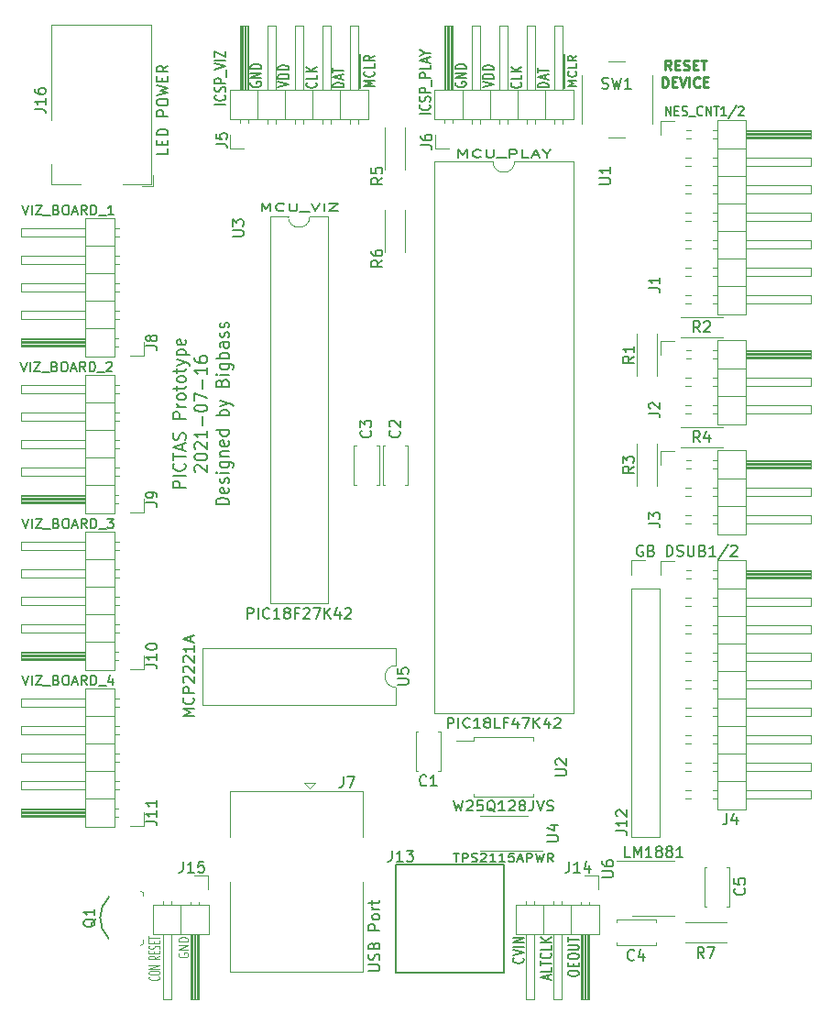
<source format=gto>
%TF.GenerationSoftware,KiCad,Pcbnew,5.1.10-88a1d61d58~88~ubuntu20.04.1*%
%TF.CreationDate,2021-07-15T21:57:41-05:00*%
%TF.ProjectId,pictas,70696374-6173-42e6-9b69-6361645f7063,rev?*%
%TF.SameCoordinates,Original*%
%TF.FileFunction,Legend,Top*%
%TF.FilePolarity,Positive*%
%FSLAX46Y46*%
G04 Gerber Fmt 4.6, Leading zero omitted, Abs format (unit mm)*
G04 Created by KiCad (PCBNEW 5.1.10-88a1d61d58~88~ubuntu20.04.1) date 2021-07-15 21:57:41*
%MOMM*%
%LPD*%
G01*
G04 APERTURE LIST*
%ADD10C,0.150000*%
%ADD11C,0.225000*%
%ADD12C,0.125000*%
%ADD13C,0.190000*%
%ADD14C,0.120000*%
%ADD15C,0.100000*%
%ADD16C,0.127000*%
%ADD17C,0.160000*%
%ADD18O,1.700000X1.700000*%
%ADD19R,1.700000X1.700000*%
%ADD20C,2.000000*%
%ADD21R,1.500000X1.500000*%
%ADD22C,1.500000*%
%ADD23O,1.400000X1.400000*%
%ADD24C,1.400000*%
%ADD25O,1.800000X3.600000*%
%ADD26O,4.200000X2.100000*%
%ADD27C,1.600000*%
%ADD28R,1.600000X1.600000*%
%ADD29O,1.600000X1.600000*%
%ADD30R,3.500000X3.500000*%
%ADD31C,3.500000*%
%ADD32C,1.700000*%
G04 APERTURE END LIST*
D10*
X113958642Y-56150880D02*
X114006261Y-56188976D01*
X114053880Y-56303261D01*
X114053880Y-56379452D01*
X114006261Y-56493738D01*
X113911023Y-56569928D01*
X113815785Y-56608023D01*
X113625309Y-56646119D01*
X113482452Y-56646119D01*
X113291976Y-56608023D01*
X113196738Y-56569928D01*
X113101500Y-56493738D01*
X113053880Y-56379452D01*
X113053880Y-56303261D01*
X113101500Y-56188976D01*
X113149119Y-56150880D01*
X114053880Y-55427071D02*
X114053880Y-55808023D01*
X113053880Y-55808023D01*
X114053880Y-55160404D02*
X113053880Y-55160404D01*
X114053880Y-54703261D02*
X113482452Y-55046119D01*
X113053880Y-54703261D02*
X113625309Y-55160404D01*
X110450380Y-56595309D02*
X111450380Y-56328642D01*
X110450380Y-56061976D01*
X111450380Y-55795309D02*
X110450380Y-55795309D01*
X110450380Y-55604833D01*
X110498000Y-55490547D01*
X110593238Y-55414357D01*
X110688476Y-55376261D01*
X110878952Y-55338166D01*
X111021809Y-55338166D01*
X111212285Y-55376261D01*
X111307523Y-55414357D01*
X111402761Y-55490547D01*
X111450380Y-55604833D01*
X111450380Y-55795309D01*
X111450380Y-54995309D02*
X110450380Y-54995309D01*
X110450380Y-54804833D01*
X110498000Y-54690547D01*
X110593238Y-54614357D01*
X110688476Y-54576261D01*
X110878952Y-54538166D01*
X111021809Y-54538166D01*
X111212285Y-54576261D01*
X111307523Y-54614357D01*
X111402761Y-54690547D01*
X111450380Y-54804833D01*
X111450380Y-54995309D01*
X117974000Y-56671500D02*
X117974000Y-55757214D01*
X119106904Y-56481023D02*
X118306904Y-56481023D01*
X118878333Y-56214357D01*
X118306904Y-55947690D01*
X119106904Y-55947690D01*
X117974000Y-55757214D02*
X117974000Y-54957214D01*
X119030714Y-55109595D02*
X119068809Y-55147690D01*
X119106904Y-55261976D01*
X119106904Y-55338166D01*
X119068809Y-55452452D01*
X118992619Y-55528642D01*
X118916428Y-55566738D01*
X118764047Y-55604833D01*
X118649761Y-55604833D01*
X118497380Y-55566738D01*
X118421190Y-55528642D01*
X118345000Y-55452452D01*
X118306904Y-55338166D01*
X118306904Y-55261976D01*
X118345000Y-55147690D01*
X118383095Y-55109595D01*
X117974000Y-54957214D02*
X117974000Y-54309595D01*
X119106904Y-54385785D02*
X119106904Y-54766738D01*
X118306904Y-54766738D01*
X117974000Y-54309595D02*
X117974000Y-53509595D01*
X119106904Y-53661976D02*
X118725952Y-53928642D01*
X119106904Y-54119119D02*
X118306904Y-54119119D01*
X118306904Y-53814357D01*
X118345000Y-53738166D01*
X118383095Y-53700071D01*
X118459285Y-53661976D01*
X118573571Y-53661976D01*
X118649761Y-53700071D01*
X118687857Y-53738166D01*
X118725952Y-53814357D01*
X118725952Y-54119119D01*
X116530380Y-56608023D02*
X115530380Y-56608023D01*
X115530380Y-56417547D01*
X115578000Y-56303261D01*
X115673238Y-56227071D01*
X115768476Y-56188976D01*
X115958952Y-56150880D01*
X116101809Y-56150880D01*
X116292285Y-56188976D01*
X116387523Y-56227071D01*
X116482761Y-56303261D01*
X116530380Y-56417547D01*
X116530380Y-56608023D01*
X116244666Y-55846119D02*
X116244666Y-55465166D01*
X116530380Y-55922309D02*
X115530380Y-55655642D01*
X116530380Y-55388976D01*
X115530380Y-55236595D02*
X115530380Y-54779452D01*
X116530380Y-55008023D02*
X115530380Y-55008023D01*
X107958000Y-56125476D02*
X107910380Y-56201666D01*
X107910380Y-56315952D01*
X107958000Y-56430238D01*
X108053238Y-56506428D01*
X108148476Y-56544523D01*
X108338952Y-56582619D01*
X108481809Y-56582619D01*
X108672285Y-56544523D01*
X108767523Y-56506428D01*
X108862761Y-56430238D01*
X108910380Y-56315952D01*
X108910380Y-56239761D01*
X108862761Y-56125476D01*
X108815142Y-56087380D01*
X108481809Y-56087380D01*
X108481809Y-56239761D01*
X108910380Y-55744523D02*
X107910380Y-55744523D01*
X108910380Y-55287380D01*
X107910380Y-55287380D01*
X108910380Y-54906428D02*
X107910380Y-54906428D01*
X107910380Y-54715952D01*
X107958000Y-54601666D01*
X108053238Y-54525476D01*
X108148476Y-54487380D01*
X108338952Y-54449285D01*
X108481809Y-54449285D01*
X108672285Y-54487380D01*
X108767523Y-54525476D01*
X108862761Y-54601666D01*
X108910380Y-54715952D01*
X108910380Y-54906428D01*
X89035000Y-56125476D02*
X88987380Y-56201666D01*
X88987380Y-56315952D01*
X89035000Y-56430238D01*
X89130238Y-56506428D01*
X89225476Y-56544523D01*
X89415952Y-56582619D01*
X89558809Y-56582619D01*
X89749285Y-56544523D01*
X89844523Y-56506428D01*
X89939761Y-56430238D01*
X89987380Y-56315952D01*
X89987380Y-56239761D01*
X89939761Y-56125476D01*
X89892142Y-56087380D01*
X89558809Y-56087380D01*
X89558809Y-56239761D01*
X89987380Y-55744523D02*
X88987380Y-55744523D01*
X89987380Y-55287380D01*
X88987380Y-55287380D01*
X89987380Y-54906428D02*
X88987380Y-54906428D01*
X88987380Y-54715952D01*
X89035000Y-54601666D01*
X89130238Y-54525476D01*
X89225476Y-54487380D01*
X89415952Y-54449285D01*
X89558809Y-54449285D01*
X89749285Y-54487380D01*
X89844523Y-54525476D01*
X89939761Y-54601666D01*
X89987380Y-54715952D01*
X89987380Y-54906428D01*
X91527380Y-56595309D02*
X92527380Y-56328642D01*
X91527380Y-56061976D01*
X92527380Y-55795309D02*
X91527380Y-55795309D01*
X91527380Y-55604833D01*
X91575000Y-55490547D01*
X91670238Y-55414357D01*
X91765476Y-55376261D01*
X91955952Y-55338166D01*
X92098809Y-55338166D01*
X92289285Y-55376261D01*
X92384523Y-55414357D01*
X92479761Y-55490547D01*
X92527380Y-55604833D01*
X92527380Y-55795309D01*
X92527380Y-54995309D02*
X91527380Y-54995309D01*
X91527380Y-54804833D01*
X91575000Y-54690547D01*
X91670238Y-54614357D01*
X91765476Y-54576261D01*
X91955952Y-54538166D01*
X92098809Y-54538166D01*
X92289285Y-54576261D01*
X92384523Y-54614357D01*
X92479761Y-54690547D01*
X92527380Y-54804833D01*
X92527380Y-54995309D01*
X95035642Y-56150880D02*
X95083261Y-56188976D01*
X95130880Y-56303261D01*
X95130880Y-56379452D01*
X95083261Y-56493738D01*
X94988023Y-56569928D01*
X94892785Y-56608023D01*
X94702309Y-56646119D01*
X94559452Y-56646119D01*
X94368976Y-56608023D01*
X94273738Y-56569928D01*
X94178500Y-56493738D01*
X94130880Y-56379452D01*
X94130880Y-56303261D01*
X94178500Y-56188976D01*
X94226119Y-56150880D01*
X95130880Y-55427071D02*
X95130880Y-55808023D01*
X94130880Y-55808023D01*
X95130880Y-55160404D02*
X94130880Y-55160404D01*
X95130880Y-54703261D02*
X94559452Y-55046119D01*
X94130880Y-54703261D02*
X94702309Y-55160404D01*
X97607380Y-56608023D02*
X96607380Y-56608023D01*
X96607380Y-56417547D01*
X96655000Y-56303261D01*
X96750238Y-56227071D01*
X96845476Y-56188976D01*
X97035952Y-56150880D01*
X97178809Y-56150880D01*
X97369285Y-56188976D01*
X97464523Y-56227071D01*
X97559761Y-56303261D01*
X97607380Y-56417547D01*
X97607380Y-56608023D01*
X97321666Y-55846119D02*
X97321666Y-55465166D01*
X97607380Y-55922309D02*
X96607380Y-55655642D01*
X97607380Y-55388976D01*
X96607380Y-55236595D02*
X96607380Y-54779452D01*
X97607380Y-55008023D02*
X96607380Y-55008023D01*
X99097500Y-56671500D02*
X99097500Y-55757214D01*
X100464880Y-56481023D02*
X99464880Y-56481023D01*
X100179166Y-56214357D01*
X99464880Y-55947690D01*
X100464880Y-55947690D01*
X99097500Y-55757214D02*
X99097500Y-54957214D01*
X100369642Y-55109595D02*
X100417261Y-55147690D01*
X100464880Y-55261976D01*
X100464880Y-55338166D01*
X100417261Y-55452452D01*
X100322023Y-55528642D01*
X100226785Y-55566738D01*
X100036309Y-55604833D01*
X99893452Y-55604833D01*
X99702976Y-55566738D01*
X99607738Y-55528642D01*
X99512500Y-55452452D01*
X99464880Y-55338166D01*
X99464880Y-55261976D01*
X99512500Y-55147690D01*
X99560119Y-55109595D01*
X99097500Y-54957214D02*
X99097500Y-54309595D01*
X100464880Y-54385785D02*
X100464880Y-54766738D01*
X99464880Y-54766738D01*
X99097500Y-54309595D02*
X99097500Y-53509595D01*
X100464880Y-53661976D02*
X99988690Y-53928642D01*
X100464880Y-54119119D02*
X99464880Y-54119119D01*
X99464880Y-53814357D01*
X99512500Y-53738166D01*
X99560119Y-53700071D01*
X99655357Y-53661976D01*
X99798214Y-53661976D01*
X99893452Y-53700071D01*
X99941071Y-53738166D01*
X99988690Y-53814357D01*
X99988690Y-54119119D01*
D11*
X127851857Y-54991642D02*
X127551857Y-54563071D01*
X127337571Y-54991642D02*
X127337571Y-54091642D01*
X127680428Y-54091642D01*
X127766142Y-54134500D01*
X127809000Y-54177357D01*
X127851857Y-54263071D01*
X127851857Y-54391642D01*
X127809000Y-54477357D01*
X127766142Y-54520214D01*
X127680428Y-54563071D01*
X127337571Y-54563071D01*
X128237571Y-54520214D02*
X128537571Y-54520214D01*
X128666142Y-54991642D02*
X128237571Y-54991642D01*
X128237571Y-54091642D01*
X128666142Y-54091642D01*
X129009000Y-54948785D02*
X129137571Y-54991642D01*
X129351857Y-54991642D01*
X129437571Y-54948785D01*
X129480428Y-54905928D01*
X129523285Y-54820214D01*
X129523285Y-54734500D01*
X129480428Y-54648785D01*
X129437571Y-54605928D01*
X129351857Y-54563071D01*
X129180428Y-54520214D01*
X129094714Y-54477357D01*
X129051857Y-54434500D01*
X129009000Y-54348785D01*
X129009000Y-54263071D01*
X129051857Y-54177357D01*
X129094714Y-54134500D01*
X129180428Y-54091642D01*
X129394714Y-54091642D01*
X129523285Y-54134500D01*
X129909000Y-54520214D02*
X130209000Y-54520214D01*
X130337571Y-54991642D02*
X129909000Y-54991642D01*
X129909000Y-54091642D01*
X130337571Y-54091642D01*
X130594714Y-54091642D02*
X131109000Y-54091642D01*
X130851857Y-54991642D02*
X130851857Y-54091642D01*
X127059000Y-56566642D02*
X127059000Y-55666642D01*
X127273285Y-55666642D01*
X127401857Y-55709500D01*
X127487571Y-55795214D01*
X127530428Y-55880928D01*
X127573285Y-56052357D01*
X127573285Y-56180928D01*
X127530428Y-56352357D01*
X127487571Y-56438071D01*
X127401857Y-56523785D01*
X127273285Y-56566642D01*
X127059000Y-56566642D01*
X127959000Y-56095214D02*
X128259000Y-56095214D01*
X128387571Y-56566642D02*
X127959000Y-56566642D01*
X127959000Y-55666642D01*
X128387571Y-55666642D01*
X128644714Y-55666642D02*
X128944714Y-56566642D01*
X129244714Y-55666642D01*
X129544714Y-56566642D02*
X129544714Y-55666642D01*
X130487571Y-56480928D02*
X130444714Y-56523785D01*
X130316142Y-56566642D01*
X130230428Y-56566642D01*
X130101857Y-56523785D01*
X130016142Y-56438071D01*
X129973285Y-56352357D01*
X129930428Y-56180928D01*
X129930428Y-56052357D01*
X129973285Y-55880928D01*
X130016142Y-55795214D01*
X130101857Y-55709500D01*
X130230428Y-55666642D01*
X130316142Y-55666642D01*
X130444714Y-55709500D01*
X130487571Y-55752357D01*
X130873285Y-56095214D02*
X131173285Y-56095214D01*
X131301857Y-56566642D02*
X130873285Y-56566642D01*
X130873285Y-55666642D01*
X131301857Y-55666642D01*
D12*
X82354000Y-136550333D02*
X82311142Y-136617000D01*
X82311142Y-136717000D01*
X82354000Y-136817000D01*
X82439714Y-136883666D01*
X82525428Y-136917000D01*
X82696857Y-136950333D01*
X82825428Y-136950333D01*
X82996857Y-136917000D01*
X83082571Y-136883666D01*
X83168285Y-136817000D01*
X83211142Y-136717000D01*
X83211142Y-136650333D01*
X83168285Y-136550333D01*
X83125428Y-136517000D01*
X82825428Y-136517000D01*
X82825428Y-136650333D01*
X83211142Y-136217000D02*
X82311142Y-136217000D01*
X83211142Y-135817000D01*
X82311142Y-135817000D01*
X83211142Y-135483666D02*
X82311142Y-135483666D01*
X82311142Y-135317000D01*
X82354000Y-135217000D01*
X82439714Y-135150333D01*
X82525428Y-135117000D01*
X82696857Y-135083666D01*
X82825428Y-135083666D01*
X82996857Y-135117000D01*
X83082571Y-135150333D01*
X83168285Y-135217000D01*
X83211142Y-135317000D01*
X83211142Y-135483666D01*
X80494142Y-138723476D02*
X80541761Y-138747285D01*
X80589380Y-138818714D01*
X80589380Y-138866333D01*
X80541761Y-138937761D01*
X80446523Y-138985380D01*
X80351285Y-139009190D01*
X80160809Y-139033000D01*
X80017952Y-139033000D01*
X79827476Y-139009190D01*
X79732238Y-138985380D01*
X79637000Y-138937761D01*
X79589380Y-138866333D01*
X79589380Y-138818714D01*
X79637000Y-138747285D01*
X79684619Y-138723476D01*
X79589380Y-138413952D02*
X79589380Y-138318714D01*
X79637000Y-138271095D01*
X79732238Y-138223476D01*
X79922714Y-138199666D01*
X80256047Y-138199666D01*
X80446523Y-138223476D01*
X80541761Y-138271095D01*
X80589380Y-138318714D01*
X80589380Y-138413952D01*
X80541761Y-138461571D01*
X80446523Y-138509190D01*
X80256047Y-138533000D01*
X79922714Y-138533000D01*
X79732238Y-138509190D01*
X79637000Y-138461571D01*
X79589380Y-138413952D01*
X80589380Y-137985380D02*
X79589380Y-137985380D01*
X80589380Y-137699666D01*
X79589380Y-137699666D01*
X80589380Y-136794904D02*
X80113190Y-136961571D01*
X80589380Y-137080619D02*
X79589380Y-137080619D01*
X79589380Y-136890142D01*
X79637000Y-136842523D01*
X79684619Y-136818714D01*
X79779857Y-136794904D01*
X79922714Y-136794904D01*
X80017952Y-136818714D01*
X80065571Y-136842523D01*
X80113190Y-136890142D01*
X80113190Y-137080619D01*
X80065571Y-136580619D02*
X80065571Y-136413952D01*
X80589380Y-136342523D02*
X80589380Y-136580619D01*
X79589380Y-136580619D01*
X79589380Y-136342523D01*
X80541761Y-136152047D02*
X80589380Y-136080619D01*
X80589380Y-135961571D01*
X80541761Y-135913952D01*
X80494142Y-135890142D01*
X80398904Y-135866333D01*
X80303666Y-135866333D01*
X80208428Y-135890142D01*
X80160809Y-135913952D01*
X80113190Y-135961571D01*
X80065571Y-136056809D01*
X80017952Y-136104428D01*
X79970333Y-136128238D01*
X79875095Y-136152047D01*
X79779857Y-136152047D01*
X79684619Y-136128238D01*
X79637000Y-136104428D01*
X79589380Y-136056809D01*
X79589380Y-135937761D01*
X79637000Y-135866333D01*
X80065571Y-135652047D02*
X80065571Y-135485380D01*
X80589380Y-135413952D02*
X80589380Y-135652047D01*
X79589380Y-135652047D01*
X79589380Y-135413952D01*
X79589380Y-135271095D02*
X79589380Y-134985380D01*
X80589380Y-135128238D02*
X79589380Y-135128238D01*
D10*
X108195000Y-63054666D02*
X108195000Y-62354666D01*
X108595000Y-62854666D01*
X108995000Y-62354666D01*
X108995000Y-63054666D01*
X110252142Y-62988000D02*
X110195000Y-63021333D01*
X110023571Y-63054666D01*
X109909285Y-63054666D01*
X109737857Y-63021333D01*
X109623571Y-62954666D01*
X109566428Y-62888000D01*
X109509285Y-62754666D01*
X109509285Y-62654666D01*
X109566428Y-62521333D01*
X109623571Y-62454666D01*
X109737857Y-62388000D01*
X109909285Y-62354666D01*
X110023571Y-62354666D01*
X110195000Y-62388000D01*
X110252142Y-62421333D01*
X110766428Y-62354666D02*
X110766428Y-62921333D01*
X110823571Y-62988000D01*
X110880714Y-63021333D01*
X110995000Y-63054666D01*
X111223571Y-63054666D01*
X111337857Y-63021333D01*
X111395000Y-62988000D01*
X111452142Y-62921333D01*
X111452142Y-62354666D01*
X111737857Y-63121333D02*
X112652142Y-63121333D01*
X112937857Y-63054666D02*
X112937857Y-62354666D01*
X113395000Y-62354666D01*
X113509285Y-62388000D01*
X113566428Y-62421333D01*
X113623571Y-62488000D01*
X113623571Y-62588000D01*
X113566428Y-62654666D01*
X113509285Y-62688000D01*
X113395000Y-62721333D01*
X112937857Y-62721333D01*
X114709285Y-63054666D02*
X114137857Y-63054666D01*
X114137857Y-62354666D01*
X115052142Y-62854666D02*
X115623571Y-62854666D01*
X114937857Y-63054666D02*
X115337857Y-62354666D01*
X115737857Y-63054666D01*
X116366428Y-62721333D02*
X116366428Y-63054666D01*
X115966428Y-62354666D02*
X116366428Y-62721333D01*
X116766428Y-62354666D01*
X90014857Y-68007666D02*
X90014857Y-67307666D01*
X90414857Y-67807666D01*
X90814857Y-67307666D01*
X90814857Y-68007666D01*
X92072000Y-67941000D02*
X92014857Y-67974333D01*
X91843428Y-68007666D01*
X91729142Y-68007666D01*
X91557714Y-67974333D01*
X91443428Y-67907666D01*
X91386285Y-67841000D01*
X91329142Y-67707666D01*
X91329142Y-67607666D01*
X91386285Y-67474333D01*
X91443428Y-67407666D01*
X91557714Y-67341000D01*
X91729142Y-67307666D01*
X91843428Y-67307666D01*
X92014857Y-67341000D01*
X92072000Y-67374333D01*
X92586285Y-67307666D02*
X92586285Y-67874333D01*
X92643428Y-67941000D01*
X92700571Y-67974333D01*
X92814857Y-68007666D01*
X93043428Y-68007666D01*
X93157714Y-67974333D01*
X93214857Y-67941000D01*
X93272000Y-67874333D01*
X93272000Y-67307666D01*
X93557714Y-68074333D02*
X94472000Y-68074333D01*
X94586285Y-67307666D02*
X94986285Y-68007666D01*
X95386285Y-67307666D01*
X95786285Y-68007666D02*
X95786285Y-67307666D01*
X96243428Y-67307666D02*
X97043428Y-67307666D01*
X96243428Y-68007666D01*
X97043428Y-68007666D01*
X118324380Y-138486952D02*
X118324380Y-138334571D01*
X118372000Y-138258380D01*
X118467238Y-138182190D01*
X118657714Y-138144095D01*
X118991047Y-138144095D01*
X119181523Y-138182190D01*
X119276761Y-138258380D01*
X119324380Y-138334571D01*
X119324380Y-138486952D01*
X119276761Y-138563142D01*
X119181523Y-138639333D01*
X118991047Y-138677428D01*
X118657714Y-138677428D01*
X118467238Y-138639333D01*
X118372000Y-138563142D01*
X118324380Y-138486952D01*
X118800571Y-137801238D02*
X118800571Y-137534571D01*
X119324380Y-137420285D02*
X119324380Y-137801238D01*
X118324380Y-137801238D01*
X118324380Y-137420285D01*
X118324380Y-136925047D02*
X118324380Y-136772666D01*
X118372000Y-136696476D01*
X118467238Y-136620285D01*
X118657714Y-136582190D01*
X118991047Y-136582190D01*
X119181523Y-136620285D01*
X119276761Y-136696476D01*
X119324380Y-136772666D01*
X119324380Y-136925047D01*
X119276761Y-137001238D01*
X119181523Y-137077428D01*
X118991047Y-137115523D01*
X118657714Y-137115523D01*
X118467238Y-137077428D01*
X118372000Y-137001238D01*
X118324380Y-136925047D01*
X118324380Y-136239333D02*
X119133904Y-136239333D01*
X119229142Y-136201238D01*
X119276761Y-136163142D01*
X119324380Y-136086952D01*
X119324380Y-135934571D01*
X119276761Y-135858380D01*
X119229142Y-135820285D01*
X119133904Y-135782190D01*
X118324380Y-135782190D01*
X118324380Y-135515523D02*
X118324380Y-135058380D01*
X119324380Y-135286952D02*
X118324380Y-135286952D01*
X116498666Y-138975857D02*
X116498666Y-138594904D01*
X116784380Y-139052047D02*
X115784380Y-138785380D01*
X116784380Y-138518714D01*
X116784380Y-137871095D02*
X116784380Y-138252047D01*
X115784380Y-138252047D01*
X115784380Y-137718714D02*
X115784380Y-137261571D01*
X116784380Y-137490142D02*
X115784380Y-137490142D01*
X116689142Y-136537761D02*
X116736761Y-136575857D01*
X116784380Y-136690142D01*
X116784380Y-136766333D01*
X116736761Y-136880619D01*
X116641523Y-136956809D01*
X116546285Y-136994904D01*
X116355809Y-137033000D01*
X116212952Y-137033000D01*
X116022476Y-136994904D01*
X115927238Y-136956809D01*
X115832000Y-136880619D01*
X115784380Y-136766333D01*
X115784380Y-136690142D01*
X115832000Y-136575857D01*
X115879619Y-136537761D01*
X116784380Y-135813952D02*
X116784380Y-136194904D01*
X115784380Y-136194904D01*
X116784380Y-135547285D02*
X115784380Y-135547285D01*
X116784380Y-135090142D02*
X116212952Y-135433000D01*
X115784380Y-135090142D02*
X116355809Y-135547285D01*
X114149142Y-136975761D02*
X114196761Y-137013857D01*
X114244380Y-137128142D01*
X114244380Y-137204333D01*
X114196761Y-137318619D01*
X114101523Y-137394809D01*
X114006285Y-137432904D01*
X113815809Y-137471000D01*
X113672952Y-137471000D01*
X113482476Y-137432904D01*
X113387238Y-137394809D01*
X113292000Y-137318619D01*
X113244380Y-137204333D01*
X113244380Y-137128142D01*
X113292000Y-137013857D01*
X113339619Y-136975761D01*
X113244380Y-136747190D02*
X114244380Y-136480523D01*
X113244380Y-136213857D01*
X114244380Y-135947190D02*
X113244380Y-135947190D01*
X114244380Y-135566238D02*
X113244380Y-135566238D01*
X114244380Y-135109095D01*
X113244380Y-135109095D01*
D13*
X83007857Y-93576714D02*
X81807857Y-93576714D01*
X81807857Y-93157666D01*
X81865000Y-93052904D01*
X81922142Y-93000523D01*
X82036428Y-92948142D01*
X82207857Y-92948142D01*
X82322142Y-93000523D01*
X82379285Y-93052904D01*
X82436428Y-93157666D01*
X82436428Y-93576714D01*
X83007857Y-92476714D02*
X81807857Y-92476714D01*
X82893571Y-91324333D02*
X82950714Y-91376714D01*
X83007857Y-91533857D01*
X83007857Y-91638619D01*
X82950714Y-91795761D01*
X82836428Y-91900523D01*
X82722142Y-91952904D01*
X82493571Y-92005285D01*
X82322142Y-92005285D01*
X82093571Y-91952904D01*
X81979285Y-91900523D01*
X81865000Y-91795761D01*
X81807857Y-91638619D01*
X81807857Y-91533857D01*
X81865000Y-91376714D01*
X81922142Y-91324333D01*
X81807857Y-91010047D02*
X81807857Y-90381476D01*
X83007857Y-90695761D02*
X81807857Y-90695761D01*
X82665000Y-90067190D02*
X82665000Y-89543380D01*
X83007857Y-90171952D02*
X81807857Y-89805285D01*
X83007857Y-89438619D01*
X82950714Y-89124333D02*
X83007857Y-88967190D01*
X83007857Y-88705285D01*
X82950714Y-88600523D01*
X82893571Y-88548142D01*
X82779285Y-88495761D01*
X82665000Y-88495761D01*
X82550714Y-88548142D01*
X82493571Y-88600523D01*
X82436428Y-88705285D01*
X82379285Y-88914809D01*
X82322142Y-89019571D01*
X82265000Y-89071952D01*
X82150714Y-89124333D01*
X82036428Y-89124333D01*
X81922142Y-89071952D01*
X81865000Y-89019571D01*
X81807857Y-88914809D01*
X81807857Y-88652904D01*
X81865000Y-88495761D01*
X83007857Y-87186238D02*
X81807857Y-87186238D01*
X81807857Y-86767190D01*
X81865000Y-86662428D01*
X81922142Y-86610047D01*
X82036428Y-86557666D01*
X82207857Y-86557666D01*
X82322142Y-86610047D01*
X82379285Y-86662428D01*
X82436428Y-86767190D01*
X82436428Y-87186238D01*
X83007857Y-86086238D02*
X82207857Y-86086238D01*
X82436428Y-86086238D02*
X82322142Y-86033857D01*
X82265000Y-85981476D01*
X82207857Y-85876714D01*
X82207857Y-85771952D01*
X83007857Y-85248142D02*
X82950714Y-85352904D01*
X82893571Y-85405285D01*
X82779285Y-85457666D01*
X82436428Y-85457666D01*
X82322142Y-85405285D01*
X82265000Y-85352904D01*
X82207857Y-85248142D01*
X82207857Y-85091000D01*
X82265000Y-84986238D01*
X82322142Y-84933857D01*
X82436428Y-84881476D01*
X82779285Y-84881476D01*
X82893571Y-84933857D01*
X82950714Y-84986238D01*
X83007857Y-85091000D01*
X83007857Y-85248142D01*
X82207857Y-84567190D02*
X82207857Y-84148142D01*
X81807857Y-84410047D02*
X82836428Y-84410047D01*
X82950714Y-84357666D01*
X83007857Y-84252904D01*
X83007857Y-84148142D01*
X83007857Y-83624333D02*
X82950714Y-83729095D01*
X82893571Y-83781476D01*
X82779285Y-83833857D01*
X82436428Y-83833857D01*
X82322142Y-83781476D01*
X82265000Y-83729095D01*
X82207857Y-83624333D01*
X82207857Y-83467190D01*
X82265000Y-83362428D01*
X82322142Y-83310047D01*
X82436428Y-83257666D01*
X82779285Y-83257666D01*
X82893571Y-83310047D01*
X82950714Y-83362428D01*
X83007857Y-83467190D01*
X83007857Y-83624333D01*
X82207857Y-82943380D02*
X82207857Y-82524333D01*
X81807857Y-82786238D02*
X82836428Y-82786238D01*
X82950714Y-82733857D01*
X83007857Y-82629095D01*
X83007857Y-82524333D01*
X82207857Y-82262428D02*
X83007857Y-82000523D01*
X82207857Y-81738619D02*
X83007857Y-82000523D01*
X83293571Y-82105285D01*
X83350714Y-82157666D01*
X83407857Y-82262428D01*
X82207857Y-81319571D02*
X83407857Y-81319571D01*
X82265000Y-81319571D02*
X82207857Y-81214809D01*
X82207857Y-81005285D01*
X82265000Y-80900523D01*
X82322142Y-80848142D01*
X82436428Y-80795761D01*
X82779285Y-80795761D01*
X82893571Y-80848142D01*
X82950714Y-80900523D01*
X83007857Y-81005285D01*
X83007857Y-81214809D01*
X82950714Y-81319571D01*
X82950714Y-79905285D02*
X83007857Y-80010047D01*
X83007857Y-80219571D01*
X82950714Y-80324333D01*
X82836428Y-80376714D01*
X82379285Y-80376714D01*
X82265000Y-80324333D01*
X82207857Y-80219571D01*
X82207857Y-80010047D01*
X82265000Y-79905285D01*
X82379285Y-79852904D01*
X82493571Y-79852904D01*
X82607857Y-80376714D01*
X83912142Y-92083857D02*
X83855000Y-92031476D01*
X83797857Y-91926714D01*
X83797857Y-91664809D01*
X83855000Y-91560047D01*
X83912142Y-91507666D01*
X84026428Y-91455285D01*
X84140714Y-91455285D01*
X84312142Y-91507666D01*
X84997857Y-92136238D01*
X84997857Y-91455285D01*
X83797857Y-90774333D02*
X83797857Y-90669571D01*
X83855000Y-90564809D01*
X83912142Y-90512428D01*
X84026428Y-90460047D01*
X84255000Y-90407666D01*
X84540714Y-90407666D01*
X84769285Y-90460047D01*
X84883571Y-90512428D01*
X84940714Y-90564809D01*
X84997857Y-90669571D01*
X84997857Y-90774333D01*
X84940714Y-90879095D01*
X84883571Y-90931476D01*
X84769285Y-90983857D01*
X84540714Y-91036238D01*
X84255000Y-91036238D01*
X84026428Y-90983857D01*
X83912142Y-90931476D01*
X83855000Y-90879095D01*
X83797857Y-90774333D01*
X83912142Y-89988619D02*
X83855000Y-89936238D01*
X83797857Y-89831476D01*
X83797857Y-89569571D01*
X83855000Y-89464809D01*
X83912142Y-89412428D01*
X84026428Y-89360047D01*
X84140714Y-89360047D01*
X84312142Y-89412428D01*
X84997857Y-90041000D01*
X84997857Y-89360047D01*
X84997857Y-88312428D02*
X84997857Y-88941000D01*
X84997857Y-88626714D02*
X83797857Y-88626714D01*
X83969285Y-88731476D01*
X84083571Y-88836238D01*
X84140714Y-88941000D01*
X84540714Y-87841000D02*
X84540714Y-87002904D01*
X83797857Y-86269571D02*
X83797857Y-86164809D01*
X83855000Y-86060047D01*
X83912142Y-86007666D01*
X84026428Y-85955285D01*
X84255000Y-85902904D01*
X84540714Y-85902904D01*
X84769285Y-85955285D01*
X84883571Y-86007666D01*
X84940714Y-86060047D01*
X84997857Y-86164809D01*
X84997857Y-86269571D01*
X84940714Y-86374333D01*
X84883571Y-86426714D01*
X84769285Y-86479095D01*
X84540714Y-86531476D01*
X84255000Y-86531476D01*
X84026428Y-86479095D01*
X83912142Y-86426714D01*
X83855000Y-86374333D01*
X83797857Y-86269571D01*
X83797857Y-85536238D02*
X83797857Y-84802904D01*
X84997857Y-85274333D01*
X84540714Y-84383857D02*
X84540714Y-83545761D01*
X84997857Y-82445761D02*
X84997857Y-83074333D01*
X84997857Y-82760047D02*
X83797857Y-82760047D01*
X83969285Y-82864809D01*
X84083571Y-82969571D01*
X84140714Y-83074333D01*
X83797857Y-81502904D02*
X83797857Y-81712428D01*
X83855000Y-81817190D01*
X83912142Y-81869571D01*
X84083571Y-81974333D01*
X84312142Y-82026714D01*
X84769285Y-82026714D01*
X84883571Y-81974333D01*
X84940714Y-81921952D01*
X84997857Y-81817190D01*
X84997857Y-81607666D01*
X84940714Y-81502904D01*
X84883571Y-81450523D01*
X84769285Y-81398142D01*
X84483571Y-81398142D01*
X84369285Y-81450523D01*
X84312142Y-81502904D01*
X84255000Y-81607666D01*
X84255000Y-81817190D01*
X84312142Y-81921952D01*
X84369285Y-81974333D01*
X84483571Y-82026714D01*
X86987857Y-95121952D02*
X85787857Y-95121952D01*
X85787857Y-94860047D01*
X85845000Y-94702904D01*
X85959285Y-94598142D01*
X86073571Y-94545761D01*
X86302142Y-94493380D01*
X86473571Y-94493380D01*
X86702142Y-94545761D01*
X86816428Y-94598142D01*
X86930714Y-94702904D01*
X86987857Y-94860047D01*
X86987857Y-95121952D01*
X86930714Y-93602904D02*
X86987857Y-93707666D01*
X86987857Y-93917190D01*
X86930714Y-94021952D01*
X86816428Y-94074333D01*
X86359285Y-94074333D01*
X86245000Y-94021952D01*
X86187857Y-93917190D01*
X86187857Y-93707666D01*
X86245000Y-93602904D01*
X86359285Y-93550523D01*
X86473571Y-93550523D01*
X86587857Y-94074333D01*
X86930714Y-93131476D02*
X86987857Y-93026714D01*
X86987857Y-92817190D01*
X86930714Y-92712428D01*
X86816428Y-92660047D01*
X86759285Y-92660047D01*
X86645000Y-92712428D01*
X86587857Y-92817190D01*
X86587857Y-92974333D01*
X86530714Y-93079095D01*
X86416428Y-93131476D01*
X86359285Y-93131476D01*
X86245000Y-93079095D01*
X86187857Y-92974333D01*
X86187857Y-92817190D01*
X86245000Y-92712428D01*
X86987857Y-92188619D02*
X86187857Y-92188619D01*
X85787857Y-92188619D02*
X85845000Y-92241000D01*
X85902142Y-92188619D01*
X85845000Y-92136238D01*
X85787857Y-92188619D01*
X85902142Y-92188619D01*
X86187857Y-91193380D02*
X87159285Y-91193380D01*
X87273571Y-91245761D01*
X87330714Y-91298142D01*
X87387857Y-91402904D01*
X87387857Y-91560047D01*
X87330714Y-91664809D01*
X86930714Y-91193380D02*
X86987857Y-91298142D01*
X86987857Y-91507666D01*
X86930714Y-91612428D01*
X86873571Y-91664809D01*
X86759285Y-91717190D01*
X86416428Y-91717190D01*
X86302142Y-91664809D01*
X86245000Y-91612428D01*
X86187857Y-91507666D01*
X86187857Y-91298142D01*
X86245000Y-91193380D01*
X86187857Y-90669571D02*
X86987857Y-90669571D01*
X86302142Y-90669571D02*
X86245000Y-90617190D01*
X86187857Y-90512428D01*
X86187857Y-90355285D01*
X86245000Y-90250523D01*
X86359285Y-90198142D01*
X86987857Y-90198142D01*
X86930714Y-89255285D02*
X86987857Y-89360047D01*
X86987857Y-89569571D01*
X86930714Y-89674333D01*
X86816428Y-89726714D01*
X86359285Y-89726714D01*
X86245000Y-89674333D01*
X86187857Y-89569571D01*
X86187857Y-89360047D01*
X86245000Y-89255285D01*
X86359285Y-89202904D01*
X86473571Y-89202904D01*
X86587857Y-89726714D01*
X86987857Y-88260047D02*
X85787857Y-88260047D01*
X86930714Y-88260047D02*
X86987857Y-88364809D01*
X86987857Y-88574333D01*
X86930714Y-88679095D01*
X86873571Y-88731476D01*
X86759285Y-88783857D01*
X86416428Y-88783857D01*
X86302142Y-88731476D01*
X86245000Y-88679095D01*
X86187857Y-88574333D01*
X86187857Y-88364809D01*
X86245000Y-88260047D01*
X86987857Y-86898142D02*
X85787857Y-86898142D01*
X86245000Y-86898142D02*
X86187857Y-86793380D01*
X86187857Y-86583857D01*
X86245000Y-86479095D01*
X86302142Y-86426714D01*
X86416428Y-86374333D01*
X86759285Y-86374333D01*
X86873571Y-86426714D01*
X86930714Y-86479095D01*
X86987857Y-86583857D01*
X86987857Y-86793380D01*
X86930714Y-86898142D01*
X86187857Y-86007666D02*
X86987857Y-85745761D01*
X86187857Y-85483857D02*
X86987857Y-85745761D01*
X87273571Y-85850523D01*
X87330714Y-85902904D01*
X87387857Y-86007666D01*
X86359285Y-83860047D02*
X86416428Y-83702904D01*
X86473571Y-83650523D01*
X86587857Y-83598142D01*
X86759285Y-83598142D01*
X86873571Y-83650523D01*
X86930714Y-83702904D01*
X86987857Y-83807666D01*
X86987857Y-84226714D01*
X85787857Y-84226714D01*
X85787857Y-83860047D01*
X85845000Y-83755285D01*
X85902142Y-83702904D01*
X86016428Y-83650523D01*
X86130714Y-83650523D01*
X86245000Y-83702904D01*
X86302142Y-83755285D01*
X86359285Y-83860047D01*
X86359285Y-84226714D01*
X86987857Y-83126714D02*
X86187857Y-83126714D01*
X85787857Y-83126714D02*
X85845000Y-83179095D01*
X85902142Y-83126714D01*
X85845000Y-83074333D01*
X85787857Y-83126714D01*
X85902142Y-83126714D01*
X86187857Y-82131476D02*
X87159285Y-82131476D01*
X87273571Y-82183857D01*
X87330714Y-82236238D01*
X87387857Y-82341000D01*
X87387857Y-82498142D01*
X87330714Y-82602904D01*
X86930714Y-82131476D02*
X86987857Y-82236238D01*
X86987857Y-82445761D01*
X86930714Y-82550523D01*
X86873571Y-82602904D01*
X86759285Y-82655285D01*
X86416428Y-82655285D01*
X86302142Y-82602904D01*
X86245000Y-82550523D01*
X86187857Y-82445761D01*
X86187857Y-82236238D01*
X86245000Y-82131476D01*
X86987857Y-81607666D02*
X85787857Y-81607666D01*
X86245000Y-81607666D02*
X86187857Y-81502904D01*
X86187857Y-81293380D01*
X86245000Y-81188619D01*
X86302142Y-81136238D01*
X86416428Y-81083857D01*
X86759285Y-81083857D01*
X86873571Y-81136238D01*
X86930714Y-81188619D01*
X86987857Y-81293380D01*
X86987857Y-81502904D01*
X86930714Y-81607666D01*
X86987857Y-80141000D02*
X86359285Y-80141000D01*
X86245000Y-80193380D01*
X86187857Y-80298142D01*
X86187857Y-80507666D01*
X86245000Y-80612428D01*
X86930714Y-80141000D02*
X86987857Y-80245761D01*
X86987857Y-80507666D01*
X86930714Y-80612428D01*
X86816428Y-80664809D01*
X86702142Y-80664809D01*
X86587857Y-80612428D01*
X86530714Y-80507666D01*
X86530714Y-80245761D01*
X86473571Y-80141000D01*
X86930714Y-79669571D02*
X86987857Y-79564809D01*
X86987857Y-79355285D01*
X86930714Y-79250523D01*
X86816428Y-79198142D01*
X86759285Y-79198142D01*
X86645000Y-79250523D01*
X86587857Y-79355285D01*
X86587857Y-79512428D01*
X86530714Y-79617190D01*
X86416428Y-79669571D01*
X86359285Y-79669571D01*
X86245000Y-79617190D01*
X86187857Y-79512428D01*
X86187857Y-79355285D01*
X86245000Y-79250523D01*
X86930714Y-78779095D02*
X86987857Y-78674333D01*
X86987857Y-78464809D01*
X86930714Y-78360047D01*
X86816428Y-78307666D01*
X86759285Y-78307666D01*
X86645000Y-78360047D01*
X86587857Y-78464809D01*
X86587857Y-78621952D01*
X86530714Y-78726714D01*
X86416428Y-78779095D01*
X86359285Y-78779095D01*
X86245000Y-78726714D01*
X86187857Y-78621952D01*
X86187857Y-78464809D01*
X86245000Y-78360047D01*
D14*
%TO.C,J6*%
X106045000Y-62230000D02*
X106045000Y-60960000D01*
X107315000Y-62230000D02*
X106045000Y-62230000D01*
X117855000Y-59917071D02*
X117855000Y-59520000D01*
X117095000Y-59917071D02*
X117095000Y-59520000D01*
X117855000Y-50860000D02*
X117855000Y-56860000D01*
X117095000Y-50860000D02*
X117855000Y-50860000D01*
X117095000Y-56860000D02*
X117095000Y-50860000D01*
X116205000Y-59520000D02*
X116205000Y-56860000D01*
X115315000Y-59917071D02*
X115315000Y-59520000D01*
X114555000Y-59917071D02*
X114555000Y-59520000D01*
X115315000Y-50860000D02*
X115315000Y-56860000D01*
X114555000Y-50860000D02*
X115315000Y-50860000D01*
X114555000Y-56860000D02*
X114555000Y-50860000D01*
X113665000Y-59520000D02*
X113665000Y-56860000D01*
X112775000Y-59917071D02*
X112775000Y-59520000D01*
X112015000Y-59917071D02*
X112015000Y-59520000D01*
X112775000Y-50860000D02*
X112775000Y-56860000D01*
X112015000Y-50860000D02*
X112775000Y-50860000D01*
X112015000Y-56860000D02*
X112015000Y-50860000D01*
X111125000Y-59520000D02*
X111125000Y-56860000D01*
X110235000Y-59917071D02*
X110235000Y-59520000D01*
X109475000Y-59917071D02*
X109475000Y-59520000D01*
X110235000Y-50860000D02*
X110235000Y-56860000D01*
X109475000Y-50860000D02*
X110235000Y-50860000D01*
X109475000Y-56860000D02*
X109475000Y-50860000D01*
X108585000Y-59520000D02*
X108585000Y-56860000D01*
X107695000Y-59850000D02*
X107695000Y-59520000D01*
X106935000Y-59850000D02*
X106935000Y-59520000D01*
X107595000Y-56860000D02*
X107595000Y-50860000D01*
X107475000Y-56860000D02*
X107475000Y-50860000D01*
X107355000Y-56860000D02*
X107355000Y-50860000D01*
X107235000Y-56860000D02*
X107235000Y-50860000D01*
X107115000Y-56860000D02*
X107115000Y-50860000D01*
X106995000Y-56860000D02*
X106995000Y-50860000D01*
X107695000Y-50860000D02*
X107695000Y-56860000D01*
X106935000Y-50860000D02*
X107695000Y-50860000D01*
X106935000Y-56860000D02*
X106935000Y-50860000D01*
X105985000Y-56860000D02*
X105985000Y-59520000D01*
X118805000Y-56860000D02*
X105985000Y-56860000D01*
X118805000Y-59520000D02*
X118805000Y-56860000D01*
X105985000Y-59520000D02*
X118805000Y-59520000D01*
%TO.C,J5*%
X87122000Y-62230000D02*
X87122000Y-60960000D01*
X88392000Y-62230000D02*
X87122000Y-62230000D01*
X98932000Y-59917071D02*
X98932000Y-59520000D01*
X98172000Y-59917071D02*
X98172000Y-59520000D01*
X98932000Y-50860000D02*
X98932000Y-56860000D01*
X98172000Y-50860000D02*
X98932000Y-50860000D01*
X98172000Y-56860000D02*
X98172000Y-50860000D01*
X97282000Y-59520000D02*
X97282000Y-56860000D01*
X96392000Y-59917071D02*
X96392000Y-59520000D01*
X95632000Y-59917071D02*
X95632000Y-59520000D01*
X96392000Y-50860000D02*
X96392000Y-56860000D01*
X95632000Y-50860000D02*
X96392000Y-50860000D01*
X95632000Y-56860000D02*
X95632000Y-50860000D01*
X94742000Y-59520000D02*
X94742000Y-56860000D01*
X93852000Y-59917071D02*
X93852000Y-59520000D01*
X93092000Y-59917071D02*
X93092000Y-59520000D01*
X93852000Y-50860000D02*
X93852000Y-56860000D01*
X93092000Y-50860000D02*
X93852000Y-50860000D01*
X93092000Y-56860000D02*
X93092000Y-50860000D01*
X92202000Y-59520000D02*
X92202000Y-56860000D01*
X91312000Y-59917071D02*
X91312000Y-59520000D01*
X90552000Y-59917071D02*
X90552000Y-59520000D01*
X91312000Y-50860000D02*
X91312000Y-56860000D01*
X90552000Y-50860000D02*
X91312000Y-50860000D01*
X90552000Y-56860000D02*
X90552000Y-50860000D01*
X89662000Y-59520000D02*
X89662000Y-56860000D01*
X88772000Y-59850000D02*
X88772000Y-59520000D01*
X88012000Y-59850000D02*
X88012000Y-59520000D01*
X88672000Y-56860000D02*
X88672000Y-50860000D01*
X88552000Y-56860000D02*
X88552000Y-50860000D01*
X88432000Y-56860000D02*
X88432000Y-50860000D01*
X88312000Y-56860000D02*
X88312000Y-50860000D01*
X88192000Y-56860000D02*
X88192000Y-50860000D01*
X88072000Y-56860000D02*
X88072000Y-50860000D01*
X88772000Y-50860000D02*
X88772000Y-56860000D01*
X88012000Y-50860000D02*
X88772000Y-50860000D01*
X88012000Y-56860000D02*
X88012000Y-50860000D01*
X87062000Y-56860000D02*
X87062000Y-59520000D01*
X99882000Y-56860000D02*
X87062000Y-56860000D01*
X99882000Y-59520000D02*
X99882000Y-56860000D01*
X87062000Y-59520000D02*
X99882000Y-59520000D01*
%TO.C,SW1*%
X122095000Y-61233000D02*
X123595000Y-61233000D01*
X126095000Y-59983000D02*
X126095000Y-55483000D01*
X123595000Y-54233000D02*
X122095000Y-54233000D01*
X119595000Y-55483000D02*
X119595000Y-59983000D01*
D15*
%TO.C,Q1*%
X79070000Y-135640000D02*
X78770000Y-135790000D01*
X79070000Y-135340000D02*
X79070000Y-135640000D01*
X79070000Y-130940000D02*
X79070000Y-131240000D01*
X79070000Y-130940000D02*
X78770000Y-130790000D01*
D10*
X75920000Y-131340000D02*
G75*
G03*
X75870000Y-135190000I1900000J-1950000D01*
G01*
D14*
%TO.C,J15*%
X85150000Y-132123000D02*
X79950000Y-132123000D01*
X79950000Y-132123000D02*
X79950000Y-134783000D01*
X79950000Y-134783000D02*
X85150000Y-134783000D01*
X85150000Y-134783000D02*
X85150000Y-132123000D01*
X84200000Y-134783000D02*
X84200000Y-140783000D01*
X84200000Y-140783000D02*
X83440000Y-140783000D01*
X83440000Y-140783000D02*
X83440000Y-134783000D01*
X84140000Y-134783000D02*
X84140000Y-140783000D01*
X84020000Y-134783000D02*
X84020000Y-140783000D01*
X83900000Y-134783000D02*
X83900000Y-140783000D01*
X83780000Y-134783000D02*
X83780000Y-140783000D01*
X83660000Y-134783000D02*
X83660000Y-140783000D01*
X83540000Y-134783000D02*
X83540000Y-140783000D01*
X84200000Y-131793000D02*
X84200000Y-132123000D01*
X83440000Y-131793000D02*
X83440000Y-132123000D01*
X82550000Y-132123000D02*
X82550000Y-134783000D01*
X81660000Y-134783000D02*
X81660000Y-140783000D01*
X81660000Y-140783000D02*
X80900000Y-140783000D01*
X80900000Y-140783000D02*
X80900000Y-134783000D01*
X81660000Y-131725929D02*
X81660000Y-132123000D01*
X80900000Y-131725929D02*
X80900000Y-132123000D01*
X83820000Y-129413000D02*
X85090000Y-129413000D01*
X85090000Y-129413000D02*
X85090000Y-130683000D01*
%TO.C,U6*%
X126238000Y-127996000D02*
X122788000Y-127996000D01*
X126238000Y-127996000D02*
X128188000Y-127996000D01*
X126238000Y-133116000D02*
X124288000Y-133116000D01*
X126238000Y-133116000D02*
X128188000Y-133116000D01*
%TO.C,R7*%
X132984000Y-133700000D02*
X129144000Y-133700000D01*
X132984000Y-135540000D02*
X129144000Y-135540000D01*
%TO.C,J14*%
X121158000Y-129413000D02*
X121158000Y-130683000D01*
X119888000Y-129413000D02*
X121158000Y-129413000D01*
X114428000Y-131725929D02*
X114428000Y-132123000D01*
X115188000Y-131725929D02*
X115188000Y-132123000D01*
X114428000Y-140783000D02*
X114428000Y-134783000D01*
X115188000Y-140783000D02*
X114428000Y-140783000D01*
X115188000Y-134783000D02*
X115188000Y-140783000D01*
X116078000Y-132123000D02*
X116078000Y-134783000D01*
X116968000Y-131725929D02*
X116968000Y-132123000D01*
X117728000Y-131725929D02*
X117728000Y-132123000D01*
X116968000Y-140783000D02*
X116968000Y-134783000D01*
X117728000Y-140783000D02*
X116968000Y-140783000D01*
X117728000Y-134783000D02*
X117728000Y-140783000D01*
X118618000Y-132123000D02*
X118618000Y-134783000D01*
X119508000Y-131793000D02*
X119508000Y-132123000D01*
X120268000Y-131793000D02*
X120268000Y-132123000D01*
X119608000Y-134783000D02*
X119608000Y-140783000D01*
X119728000Y-134783000D02*
X119728000Y-140783000D01*
X119848000Y-134783000D02*
X119848000Y-140783000D01*
X119968000Y-134783000D02*
X119968000Y-140783000D01*
X120088000Y-134783000D02*
X120088000Y-140783000D01*
X120208000Y-134783000D02*
X120208000Y-140783000D01*
X119508000Y-140783000D02*
X119508000Y-134783000D01*
X120268000Y-140783000D02*
X119508000Y-140783000D01*
X120268000Y-134783000D02*
X120268000Y-140783000D01*
X121218000Y-134783000D02*
X121218000Y-132123000D01*
X113478000Y-134783000D02*
X121218000Y-134783000D01*
X113478000Y-132123000D02*
X113478000Y-134783000D01*
X121218000Y-132123000D02*
X113478000Y-132123000D01*
D16*
%TO.C,J13*%
X102442000Y-138366000D02*
X112442000Y-138366000D01*
X112442000Y-138366000D02*
X112442000Y-128366000D01*
X102442000Y-128366000D02*
X102442000Y-138366000D01*
X112442000Y-128366000D02*
X102442000Y-128366000D01*
D14*
%TO.C,C5*%
X133005000Y-128589000D02*
X133250000Y-128589000D01*
X130910000Y-128589000D02*
X131155000Y-128589000D01*
X133005000Y-132229000D02*
X133250000Y-132229000D01*
X130910000Y-132229000D02*
X131155000Y-132229000D01*
X133250000Y-132229000D02*
X133250000Y-128589000D01*
X130910000Y-132229000D02*
X130910000Y-128589000D01*
%TO.C,C4*%
X122787000Y-133695000D02*
X122787000Y-133450000D01*
X122787000Y-135790000D02*
X122787000Y-135545000D01*
X126427000Y-133695000D02*
X126427000Y-133450000D01*
X126427000Y-135790000D02*
X126427000Y-135545000D01*
X126427000Y-133450000D02*
X122787000Y-133450000D01*
X126427000Y-135790000D02*
X122787000Y-135790000D01*
%TO.C,R5*%
X101442000Y-64150000D02*
X101442000Y-60310000D01*
X103282000Y-64150000D02*
X103282000Y-60310000D01*
%TO.C,U1*%
X111395000Y-63440000D02*
X105935000Y-63440000D01*
X105935000Y-63440000D02*
X105935000Y-114360000D01*
X105935000Y-114360000D02*
X118855000Y-114360000D01*
X118855000Y-114360000D02*
X118855000Y-63440000D01*
X118855000Y-63440000D02*
X113395000Y-63440000D01*
X113395000Y-63440000D02*
G75*
G02*
X111395000Y-63440000I-1000000J0D01*
G01*
%TO.C,R2*%
X128763000Y-77820000D02*
X132603000Y-77820000D01*
X128763000Y-79660000D02*
X132603000Y-79660000D01*
%TO.C,J3*%
X132123000Y-90110000D02*
X132123000Y-97850000D01*
X132123000Y-97850000D02*
X134783000Y-97850000D01*
X134783000Y-97850000D02*
X134783000Y-90110000D01*
X134783000Y-90110000D02*
X132123000Y-90110000D01*
X134783000Y-91060000D02*
X140783000Y-91060000D01*
X140783000Y-91060000D02*
X140783000Y-91820000D01*
X140783000Y-91820000D02*
X134783000Y-91820000D01*
X134783000Y-91120000D02*
X140783000Y-91120000D01*
X134783000Y-91240000D02*
X140783000Y-91240000D01*
X134783000Y-91360000D02*
X140783000Y-91360000D01*
X134783000Y-91480000D02*
X140783000Y-91480000D01*
X134783000Y-91600000D02*
X140783000Y-91600000D01*
X134783000Y-91720000D02*
X140783000Y-91720000D01*
X131725929Y-91060000D02*
X132123000Y-91060000D01*
X131725929Y-91820000D02*
X132123000Y-91820000D01*
X129253000Y-91060000D02*
X129640071Y-91060000D01*
X129253000Y-91820000D02*
X129640071Y-91820000D01*
X132123000Y-92710000D02*
X134783000Y-92710000D01*
X134783000Y-93600000D02*
X140783000Y-93600000D01*
X140783000Y-93600000D02*
X140783000Y-94360000D01*
X140783000Y-94360000D02*
X134783000Y-94360000D01*
X131725929Y-93600000D02*
X132123000Y-93600000D01*
X131725929Y-94360000D02*
X132123000Y-94360000D01*
X129185929Y-93600000D02*
X129640071Y-93600000D01*
X129185929Y-94360000D02*
X129640071Y-94360000D01*
X132123000Y-95250000D02*
X134783000Y-95250000D01*
X134783000Y-96140000D02*
X140783000Y-96140000D01*
X140783000Y-96140000D02*
X140783000Y-96900000D01*
X140783000Y-96900000D02*
X134783000Y-96900000D01*
X131725929Y-96140000D02*
X132123000Y-96140000D01*
X131725929Y-96900000D02*
X132123000Y-96900000D01*
X129185929Y-96140000D02*
X129640071Y-96140000D01*
X129185929Y-96900000D02*
X129640071Y-96900000D01*
X126873000Y-91440000D02*
X126873000Y-90170000D01*
X126873000Y-90170000D02*
X128143000Y-90170000D01*
%TO.C,C2*%
X101192000Y-93280000D02*
X101192000Y-89640000D01*
X103532000Y-93280000D02*
X103532000Y-89640000D01*
X101192000Y-93280000D02*
X101437000Y-93280000D01*
X103287000Y-93280000D02*
X103532000Y-93280000D01*
X101192000Y-89640000D02*
X101437000Y-89640000D01*
X103287000Y-89640000D02*
X103532000Y-89640000D01*
%TO.C,J1*%
X126873000Y-59690000D02*
X128143000Y-59690000D01*
X126873000Y-60960000D02*
X126873000Y-59690000D01*
X129185929Y-76580000D02*
X129640071Y-76580000D01*
X129185929Y-75820000D02*
X129640071Y-75820000D01*
X131725929Y-76580000D02*
X132123000Y-76580000D01*
X131725929Y-75820000D02*
X132123000Y-75820000D01*
X140783000Y-76580000D02*
X134783000Y-76580000D01*
X140783000Y-75820000D02*
X140783000Y-76580000D01*
X134783000Y-75820000D02*
X140783000Y-75820000D01*
X132123000Y-74930000D02*
X134783000Y-74930000D01*
X129185929Y-74040000D02*
X129640071Y-74040000D01*
X129185929Y-73280000D02*
X129640071Y-73280000D01*
X131725929Y-74040000D02*
X132123000Y-74040000D01*
X131725929Y-73280000D02*
X132123000Y-73280000D01*
X140783000Y-74040000D02*
X134783000Y-74040000D01*
X140783000Y-73280000D02*
X140783000Y-74040000D01*
X134783000Y-73280000D02*
X140783000Y-73280000D01*
X132123000Y-72390000D02*
X134783000Y-72390000D01*
X129185929Y-71500000D02*
X129640071Y-71500000D01*
X129185929Y-70740000D02*
X129640071Y-70740000D01*
X131725929Y-71500000D02*
X132123000Y-71500000D01*
X131725929Y-70740000D02*
X132123000Y-70740000D01*
X140783000Y-71500000D02*
X134783000Y-71500000D01*
X140783000Y-70740000D02*
X140783000Y-71500000D01*
X134783000Y-70740000D02*
X140783000Y-70740000D01*
X132123000Y-69850000D02*
X134783000Y-69850000D01*
X129185929Y-68960000D02*
X129640071Y-68960000D01*
X129185929Y-68200000D02*
X129640071Y-68200000D01*
X131725929Y-68960000D02*
X132123000Y-68960000D01*
X131725929Y-68200000D02*
X132123000Y-68200000D01*
X140783000Y-68960000D02*
X134783000Y-68960000D01*
X140783000Y-68200000D02*
X140783000Y-68960000D01*
X134783000Y-68200000D02*
X140783000Y-68200000D01*
X132123000Y-67310000D02*
X134783000Y-67310000D01*
X129185929Y-66420000D02*
X129640071Y-66420000D01*
X129185929Y-65660000D02*
X129640071Y-65660000D01*
X131725929Y-66420000D02*
X132123000Y-66420000D01*
X131725929Y-65660000D02*
X132123000Y-65660000D01*
X140783000Y-66420000D02*
X134783000Y-66420000D01*
X140783000Y-65660000D02*
X140783000Y-66420000D01*
X134783000Y-65660000D02*
X140783000Y-65660000D01*
X132123000Y-64770000D02*
X134783000Y-64770000D01*
X129185929Y-63880000D02*
X129640071Y-63880000D01*
X129185929Y-63120000D02*
X129640071Y-63120000D01*
X131725929Y-63880000D02*
X132123000Y-63880000D01*
X131725929Y-63120000D02*
X132123000Y-63120000D01*
X140783000Y-63880000D02*
X134783000Y-63880000D01*
X140783000Y-63120000D02*
X140783000Y-63880000D01*
X134783000Y-63120000D02*
X140783000Y-63120000D01*
X132123000Y-62230000D02*
X134783000Y-62230000D01*
X129253000Y-61340000D02*
X129640071Y-61340000D01*
X129253000Y-60580000D02*
X129640071Y-60580000D01*
X131725929Y-61340000D02*
X132123000Y-61340000D01*
X131725929Y-60580000D02*
X132123000Y-60580000D01*
X134783000Y-61240000D02*
X140783000Y-61240000D01*
X134783000Y-61120000D02*
X140783000Y-61120000D01*
X134783000Y-61000000D02*
X140783000Y-61000000D01*
X134783000Y-60880000D02*
X140783000Y-60880000D01*
X134783000Y-60760000D02*
X140783000Y-60760000D01*
X134783000Y-60640000D02*
X140783000Y-60640000D01*
X140783000Y-61340000D02*
X134783000Y-61340000D01*
X140783000Y-60580000D02*
X140783000Y-61340000D01*
X134783000Y-60580000D02*
X140783000Y-60580000D01*
X134783000Y-59630000D02*
X132123000Y-59630000D01*
X134783000Y-77530000D02*
X134783000Y-59630000D01*
X132123000Y-77530000D02*
X134783000Y-77530000D01*
X132123000Y-59630000D02*
X132123000Y-77530000D01*
%TO.C,R3*%
X126523000Y-89520000D02*
X126523000Y-93360000D01*
X124683000Y-89520000D02*
X124683000Y-93360000D01*
%TO.C,J2*%
X132123000Y-79950000D02*
X132123000Y-87690000D01*
X132123000Y-87690000D02*
X134783000Y-87690000D01*
X134783000Y-87690000D02*
X134783000Y-79950000D01*
X134783000Y-79950000D02*
X132123000Y-79950000D01*
X134783000Y-80900000D02*
X140783000Y-80900000D01*
X140783000Y-80900000D02*
X140783000Y-81660000D01*
X140783000Y-81660000D02*
X134783000Y-81660000D01*
X134783000Y-80960000D02*
X140783000Y-80960000D01*
X134783000Y-81080000D02*
X140783000Y-81080000D01*
X134783000Y-81200000D02*
X140783000Y-81200000D01*
X134783000Y-81320000D02*
X140783000Y-81320000D01*
X134783000Y-81440000D02*
X140783000Y-81440000D01*
X134783000Y-81560000D02*
X140783000Y-81560000D01*
X131725929Y-80900000D02*
X132123000Y-80900000D01*
X131725929Y-81660000D02*
X132123000Y-81660000D01*
X129253000Y-80900000D02*
X129640071Y-80900000D01*
X129253000Y-81660000D02*
X129640071Y-81660000D01*
X132123000Y-82550000D02*
X134783000Y-82550000D01*
X134783000Y-83440000D02*
X140783000Y-83440000D01*
X140783000Y-83440000D02*
X140783000Y-84200000D01*
X140783000Y-84200000D02*
X134783000Y-84200000D01*
X131725929Y-83440000D02*
X132123000Y-83440000D01*
X131725929Y-84200000D02*
X132123000Y-84200000D01*
X129185929Y-83440000D02*
X129640071Y-83440000D01*
X129185929Y-84200000D02*
X129640071Y-84200000D01*
X132123000Y-85090000D02*
X134783000Y-85090000D01*
X134783000Y-85980000D02*
X140783000Y-85980000D01*
X140783000Y-85980000D02*
X140783000Y-86740000D01*
X140783000Y-86740000D02*
X134783000Y-86740000D01*
X131725929Y-85980000D02*
X132123000Y-85980000D01*
X131725929Y-86740000D02*
X132123000Y-86740000D01*
X129185929Y-85980000D02*
X129640071Y-85980000D01*
X129185929Y-86740000D02*
X129640071Y-86740000D01*
X126873000Y-81280000D02*
X126873000Y-80010000D01*
X126873000Y-80010000D02*
X128143000Y-80010000D01*
%TO.C,R1*%
X126523000Y-79360000D02*
X126523000Y-83200000D01*
X124683000Y-79360000D02*
X124683000Y-83200000D01*
%TO.C,R4*%
X128763000Y-87980000D02*
X132603000Y-87980000D01*
X128763000Y-89820000D02*
X132603000Y-89820000D01*
%TO.C,C3*%
X98525000Y-93280000D02*
X98525000Y-89640000D01*
X100865000Y-93280000D02*
X100865000Y-89640000D01*
X98525000Y-93280000D02*
X98770000Y-93280000D01*
X100620000Y-93280000D02*
X100865000Y-93280000D01*
X98525000Y-89640000D02*
X98770000Y-89640000D01*
X100620000Y-89640000D02*
X100865000Y-89640000D01*
%TO.C,J4*%
X132123000Y-100270000D02*
X132123000Y-123250000D01*
X132123000Y-123250000D02*
X134783000Y-123250000D01*
X134783000Y-123250000D02*
X134783000Y-100270000D01*
X134783000Y-100270000D02*
X132123000Y-100270000D01*
X134783000Y-101220000D02*
X140783000Y-101220000D01*
X140783000Y-101220000D02*
X140783000Y-101980000D01*
X140783000Y-101980000D02*
X134783000Y-101980000D01*
X134783000Y-101280000D02*
X140783000Y-101280000D01*
X134783000Y-101400000D02*
X140783000Y-101400000D01*
X134783000Y-101520000D02*
X140783000Y-101520000D01*
X134783000Y-101640000D02*
X140783000Y-101640000D01*
X134783000Y-101760000D02*
X140783000Y-101760000D01*
X134783000Y-101880000D02*
X140783000Y-101880000D01*
X131725929Y-101220000D02*
X132123000Y-101220000D01*
X131725929Y-101980000D02*
X132123000Y-101980000D01*
X129253000Y-101220000D02*
X129640071Y-101220000D01*
X129253000Y-101980000D02*
X129640071Y-101980000D01*
X132123000Y-102870000D02*
X134783000Y-102870000D01*
X134783000Y-103760000D02*
X140783000Y-103760000D01*
X140783000Y-103760000D02*
X140783000Y-104520000D01*
X140783000Y-104520000D02*
X134783000Y-104520000D01*
X131725929Y-103760000D02*
X132123000Y-103760000D01*
X131725929Y-104520000D02*
X132123000Y-104520000D01*
X129185929Y-103760000D02*
X129640071Y-103760000D01*
X129185929Y-104520000D02*
X129640071Y-104520000D01*
X132123000Y-105410000D02*
X134783000Y-105410000D01*
X134783000Y-106300000D02*
X140783000Y-106300000D01*
X140783000Y-106300000D02*
X140783000Y-107060000D01*
X140783000Y-107060000D02*
X134783000Y-107060000D01*
X131725929Y-106300000D02*
X132123000Y-106300000D01*
X131725929Y-107060000D02*
X132123000Y-107060000D01*
X129185929Y-106300000D02*
X129640071Y-106300000D01*
X129185929Y-107060000D02*
X129640071Y-107060000D01*
X132123000Y-107950000D02*
X134783000Y-107950000D01*
X134783000Y-108840000D02*
X140783000Y-108840000D01*
X140783000Y-108840000D02*
X140783000Y-109600000D01*
X140783000Y-109600000D02*
X134783000Y-109600000D01*
X131725929Y-108840000D02*
X132123000Y-108840000D01*
X131725929Y-109600000D02*
X132123000Y-109600000D01*
X129185929Y-108840000D02*
X129640071Y-108840000D01*
X129185929Y-109600000D02*
X129640071Y-109600000D01*
X132123000Y-110490000D02*
X134783000Y-110490000D01*
X134783000Y-111380000D02*
X140783000Y-111380000D01*
X140783000Y-111380000D02*
X140783000Y-112140000D01*
X140783000Y-112140000D02*
X134783000Y-112140000D01*
X131725929Y-111380000D02*
X132123000Y-111380000D01*
X131725929Y-112140000D02*
X132123000Y-112140000D01*
X129185929Y-111380000D02*
X129640071Y-111380000D01*
X129185929Y-112140000D02*
X129640071Y-112140000D01*
X132123000Y-113030000D02*
X134783000Y-113030000D01*
X134783000Y-113920000D02*
X140783000Y-113920000D01*
X140783000Y-113920000D02*
X140783000Y-114680000D01*
X140783000Y-114680000D02*
X134783000Y-114680000D01*
X131725929Y-113920000D02*
X132123000Y-113920000D01*
X131725929Y-114680000D02*
X132123000Y-114680000D01*
X129185929Y-113920000D02*
X129640071Y-113920000D01*
X129185929Y-114680000D02*
X129640071Y-114680000D01*
X132123000Y-115570000D02*
X134783000Y-115570000D01*
X134783000Y-116460000D02*
X140783000Y-116460000D01*
X140783000Y-116460000D02*
X140783000Y-117220000D01*
X140783000Y-117220000D02*
X134783000Y-117220000D01*
X131725929Y-116460000D02*
X132123000Y-116460000D01*
X131725929Y-117220000D02*
X132123000Y-117220000D01*
X129185929Y-116460000D02*
X129640071Y-116460000D01*
X129185929Y-117220000D02*
X129640071Y-117220000D01*
X132123000Y-118110000D02*
X134783000Y-118110000D01*
X134783000Y-119000000D02*
X140783000Y-119000000D01*
X140783000Y-119000000D02*
X140783000Y-119760000D01*
X140783000Y-119760000D02*
X134783000Y-119760000D01*
X131725929Y-119000000D02*
X132123000Y-119000000D01*
X131725929Y-119760000D02*
X132123000Y-119760000D01*
X129185929Y-119000000D02*
X129640071Y-119000000D01*
X129185929Y-119760000D02*
X129640071Y-119760000D01*
X132123000Y-120650000D02*
X134783000Y-120650000D01*
X134783000Y-121540000D02*
X140783000Y-121540000D01*
X140783000Y-121540000D02*
X140783000Y-122300000D01*
X140783000Y-122300000D02*
X134783000Y-122300000D01*
X131725929Y-121540000D02*
X132123000Y-121540000D01*
X131725929Y-122300000D02*
X132123000Y-122300000D01*
X129185929Y-121540000D02*
X129640071Y-121540000D01*
X129185929Y-122300000D02*
X129640071Y-122300000D01*
X126873000Y-101600000D02*
X126873000Y-100330000D01*
X126873000Y-100330000D02*
X128143000Y-100330000D01*
%TO.C,C1*%
X106335000Y-116056000D02*
X106580000Y-116056000D01*
X104240000Y-116056000D02*
X104485000Y-116056000D01*
X106335000Y-119696000D02*
X106580000Y-119696000D01*
X104240000Y-119696000D02*
X104485000Y-119696000D01*
X106580000Y-119696000D02*
X106580000Y-116056000D01*
X104240000Y-119696000D02*
X104240000Y-116056000D01*
%TO.C,U3*%
X92472000Y-68520000D02*
X90822000Y-68520000D01*
X90822000Y-68520000D02*
X90822000Y-104200000D01*
X90822000Y-104200000D02*
X96122000Y-104200000D01*
X96122000Y-104200000D02*
X96122000Y-68520000D01*
X96122000Y-68520000D02*
X94472000Y-68520000D01*
X94472000Y-68520000D02*
G75*
G02*
X92472000Y-68520000I-1000000J0D01*
G01*
%TO.C,U5*%
X102422000Y-113648000D02*
X102422000Y-111998000D01*
X84522000Y-113648000D02*
X102422000Y-113648000D01*
X84522000Y-108348000D02*
X84522000Y-113648000D01*
X102422000Y-108348000D02*
X84522000Y-108348000D01*
X102422000Y-109998000D02*
X102422000Y-108348000D01*
X102422000Y-111998000D02*
G75*
G02*
X102422000Y-109998000I0J1000000D01*
G01*
%TO.C,J11*%
X79121000Y-124841000D02*
X77851000Y-124841000D01*
X79121000Y-123571000D02*
X79121000Y-124841000D01*
X76808071Y-113031000D02*
X76411000Y-113031000D01*
X76808071Y-113791000D02*
X76411000Y-113791000D01*
X67751000Y-113031000D02*
X73751000Y-113031000D01*
X67751000Y-113791000D02*
X67751000Y-113031000D01*
X73751000Y-113791000D02*
X67751000Y-113791000D01*
X76411000Y-114681000D02*
X73751000Y-114681000D01*
X76808071Y-115571000D02*
X76411000Y-115571000D01*
X76808071Y-116331000D02*
X76411000Y-116331000D01*
X67751000Y-115571000D02*
X73751000Y-115571000D01*
X67751000Y-116331000D02*
X67751000Y-115571000D01*
X73751000Y-116331000D02*
X67751000Y-116331000D01*
X76411000Y-117221000D02*
X73751000Y-117221000D01*
X76808071Y-118111000D02*
X76411000Y-118111000D01*
X76808071Y-118871000D02*
X76411000Y-118871000D01*
X67751000Y-118111000D02*
X73751000Y-118111000D01*
X67751000Y-118871000D02*
X67751000Y-118111000D01*
X73751000Y-118871000D02*
X67751000Y-118871000D01*
X76411000Y-119761000D02*
X73751000Y-119761000D01*
X76808071Y-120651000D02*
X76411000Y-120651000D01*
X76808071Y-121411000D02*
X76411000Y-121411000D01*
X67751000Y-120651000D02*
X73751000Y-120651000D01*
X67751000Y-121411000D02*
X67751000Y-120651000D01*
X73751000Y-121411000D02*
X67751000Y-121411000D01*
X76411000Y-122301000D02*
X73751000Y-122301000D01*
X76741000Y-123191000D02*
X76411000Y-123191000D01*
X76741000Y-123951000D02*
X76411000Y-123951000D01*
X73751000Y-123291000D02*
X67751000Y-123291000D01*
X73751000Y-123411000D02*
X67751000Y-123411000D01*
X73751000Y-123531000D02*
X67751000Y-123531000D01*
X73751000Y-123651000D02*
X67751000Y-123651000D01*
X73751000Y-123771000D02*
X67751000Y-123771000D01*
X73751000Y-123891000D02*
X67751000Y-123891000D01*
X67751000Y-123191000D02*
X73751000Y-123191000D01*
X67751000Y-123951000D02*
X67751000Y-123191000D01*
X73751000Y-123951000D02*
X67751000Y-123951000D01*
X73751000Y-124901000D02*
X76411000Y-124901000D01*
X73751000Y-112081000D02*
X73751000Y-124901000D01*
X76411000Y-112081000D02*
X73751000Y-112081000D01*
X76411000Y-124901000D02*
X76411000Y-112081000D01*
%TO.C,J10*%
X79121000Y-110363000D02*
X77851000Y-110363000D01*
X79121000Y-109093000D02*
X79121000Y-110363000D01*
X76808071Y-98553000D02*
X76411000Y-98553000D01*
X76808071Y-99313000D02*
X76411000Y-99313000D01*
X67751000Y-98553000D02*
X73751000Y-98553000D01*
X67751000Y-99313000D02*
X67751000Y-98553000D01*
X73751000Y-99313000D02*
X67751000Y-99313000D01*
X76411000Y-100203000D02*
X73751000Y-100203000D01*
X76808071Y-101093000D02*
X76411000Y-101093000D01*
X76808071Y-101853000D02*
X76411000Y-101853000D01*
X67751000Y-101093000D02*
X73751000Y-101093000D01*
X67751000Y-101853000D02*
X67751000Y-101093000D01*
X73751000Y-101853000D02*
X67751000Y-101853000D01*
X76411000Y-102743000D02*
X73751000Y-102743000D01*
X76808071Y-103633000D02*
X76411000Y-103633000D01*
X76808071Y-104393000D02*
X76411000Y-104393000D01*
X67751000Y-103633000D02*
X73751000Y-103633000D01*
X67751000Y-104393000D02*
X67751000Y-103633000D01*
X73751000Y-104393000D02*
X67751000Y-104393000D01*
X76411000Y-105283000D02*
X73751000Y-105283000D01*
X76808071Y-106173000D02*
X76411000Y-106173000D01*
X76808071Y-106933000D02*
X76411000Y-106933000D01*
X67751000Y-106173000D02*
X73751000Y-106173000D01*
X67751000Y-106933000D02*
X67751000Y-106173000D01*
X73751000Y-106933000D02*
X67751000Y-106933000D01*
X76411000Y-107823000D02*
X73751000Y-107823000D01*
X76741000Y-108713000D02*
X76411000Y-108713000D01*
X76741000Y-109473000D02*
X76411000Y-109473000D01*
X73751000Y-108813000D02*
X67751000Y-108813000D01*
X73751000Y-108933000D02*
X67751000Y-108933000D01*
X73751000Y-109053000D02*
X67751000Y-109053000D01*
X73751000Y-109173000D02*
X67751000Y-109173000D01*
X73751000Y-109293000D02*
X67751000Y-109293000D01*
X73751000Y-109413000D02*
X67751000Y-109413000D01*
X67751000Y-108713000D02*
X73751000Y-108713000D01*
X67751000Y-109473000D02*
X67751000Y-108713000D01*
X73751000Y-109473000D02*
X67751000Y-109473000D01*
X73751000Y-110423000D02*
X76411000Y-110423000D01*
X73751000Y-97603000D02*
X73751000Y-110423000D01*
X76411000Y-97603000D02*
X73751000Y-97603000D01*
X76411000Y-110423000D02*
X76411000Y-97603000D01*
%TO.C,J9*%
X79121000Y-95885000D02*
X77851000Y-95885000D01*
X79121000Y-94615000D02*
X79121000Y-95885000D01*
X76808071Y-84075000D02*
X76411000Y-84075000D01*
X76808071Y-84835000D02*
X76411000Y-84835000D01*
X67751000Y-84075000D02*
X73751000Y-84075000D01*
X67751000Y-84835000D02*
X67751000Y-84075000D01*
X73751000Y-84835000D02*
X67751000Y-84835000D01*
X76411000Y-85725000D02*
X73751000Y-85725000D01*
X76808071Y-86615000D02*
X76411000Y-86615000D01*
X76808071Y-87375000D02*
X76411000Y-87375000D01*
X67751000Y-86615000D02*
X73751000Y-86615000D01*
X67751000Y-87375000D02*
X67751000Y-86615000D01*
X73751000Y-87375000D02*
X67751000Y-87375000D01*
X76411000Y-88265000D02*
X73751000Y-88265000D01*
X76808071Y-89155000D02*
X76411000Y-89155000D01*
X76808071Y-89915000D02*
X76411000Y-89915000D01*
X67751000Y-89155000D02*
X73751000Y-89155000D01*
X67751000Y-89915000D02*
X67751000Y-89155000D01*
X73751000Y-89915000D02*
X67751000Y-89915000D01*
X76411000Y-90805000D02*
X73751000Y-90805000D01*
X76808071Y-91695000D02*
X76411000Y-91695000D01*
X76808071Y-92455000D02*
X76411000Y-92455000D01*
X67751000Y-91695000D02*
X73751000Y-91695000D01*
X67751000Y-92455000D02*
X67751000Y-91695000D01*
X73751000Y-92455000D02*
X67751000Y-92455000D01*
X76411000Y-93345000D02*
X73751000Y-93345000D01*
X76741000Y-94235000D02*
X76411000Y-94235000D01*
X76741000Y-94995000D02*
X76411000Y-94995000D01*
X73751000Y-94335000D02*
X67751000Y-94335000D01*
X73751000Y-94455000D02*
X67751000Y-94455000D01*
X73751000Y-94575000D02*
X67751000Y-94575000D01*
X73751000Y-94695000D02*
X67751000Y-94695000D01*
X73751000Y-94815000D02*
X67751000Y-94815000D01*
X73751000Y-94935000D02*
X67751000Y-94935000D01*
X67751000Y-94235000D02*
X73751000Y-94235000D01*
X67751000Y-94995000D02*
X67751000Y-94235000D01*
X73751000Y-94995000D02*
X67751000Y-94995000D01*
X73751000Y-95945000D02*
X76411000Y-95945000D01*
X73751000Y-83125000D02*
X73751000Y-95945000D01*
X76411000Y-83125000D02*
X73751000Y-83125000D01*
X76411000Y-95945000D02*
X76411000Y-83125000D01*
%TO.C,J8*%
X79121000Y-81407000D02*
X77851000Y-81407000D01*
X79121000Y-80137000D02*
X79121000Y-81407000D01*
X76808071Y-69597000D02*
X76411000Y-69597000D01*
X76808071Y-70357000D02*
X76411000Y-70357000D01*
X67751000Y-69597000D02*
X73751000Y-69597000D01*
X67751000Y-70357000D02*
X67751000Y-69597000D01*
X73751000Y-70357000D02*
X67751000Y-70357000D01*
X76411000Y-71247000D02*
X73751000Y-71247000D01*
X76808071Y-72137000D02*
X76411000Y-72137000D01*
X76808071Y-72897000D02*
X76411000Y-72897000D01*
X67751000Y-72137000D02*
X73751000Y-72137000D01*
X67751000Y-72897000D02*
X67751000Y-72137000D01*
X73751000Y-72897000D02*
X67751000Y-72897000D01*
X76411000Y-73787000D02*
X73751000Y-73787000D01*
X76808071Y-74677000D02*
X76411000Y-74677000D01*
X76808071Y-75437000D02*
X76411000Y-75437000D01*
X67751000Y-74677000D02*
X73751000Y-74677000D01*
X67751000Y-75437000D02*
X67751000Y-74677000D01*
X73751000Y-75437000D02*
X67751000Y-75437000D01*
X76411000Y-76327000D02*
X73751000Y-76327000D01*
X76808071Y-77217000D02*
X76411000Y-77217000D01*
X76808071Y-77977000D02*
X76411000Y-77977000D01*
X67751000Y-77217000D02*
X73751000Y-77217000D01*
X67751000Y-77977000D02*
X67751000Y-77217000D01*
X73751000Y-77977000D02*
X67751000Y-77977000D01*
X76411000Y-78867000D02*
X73751000Y-78867000D01*
X76741000Y-79757000D02*
X76411000Y-79757000D01*
X76741000Y-80517000D02*
X76411000Y-80517000D01*
X73751000Y-79857000D02*
X67751000Y-79857000D01*
X73751000Y-79977000D02*
X67751000Y-79977000D01*
X73751000Y-80097000D02*
X67751000Y-80097000D01*
X73751000Y-80217000D02*
X67751000Y-80217000D01*
X73751000Y-80337000D02*
X67751000Y-80337000D01*
X73751000Y-80457000D02*
X67751000Y-80457000D01*
X67751000Y-79757000D02*
X73751000Y-79757000D01*
X67751000Y-80517000D02*
X67751000Y-79757000D01*
X73751000Y-80517000D02*
X67751000Y-80517000D01*
X73751000Y-81467000D02*
X76411000Y-81467000D01*
X73751000Y-68647000D02*
X73751000Y-81467000D01*
X76411000Y-68647000D02*
X73751000Y-68647000D01*
X76411000Y-81467000D02*
X76411000Y-68647000D01*
%TO.C,U4*%
X112395000Y-127086000D02*
X115995000Y-127086000D01*
X112395000Y-127086000D02*
X110195000Y-127086000D01*
X112395000Y-123866000D02*
X114595000Y-123866000D01*
X112395000Y-123866000D02*
X110195000Y-123866000D01*
%TO.C,U2*%
X109647500Y-116915000D02*
X107995000Y-116915000D01*
X109647500Y-116632500D02*
X109647500Y-116915000D01*
X112395000Y-116632500D02*
X109647500Y-116632500D01*
X115142500Y-116632500D02*
X115142500Y-116915000D01*
X112395000Y-116632500D02*
X115142500Y-116632500D01*
X109647500Y-122127500D02*
X109647500Y-121845000D01*
X112395000Y-122127500D02*
X109647500Y-122127500D01*
X115142500Y-122127500D02*
X115142500Y-121845000D01*
X112395000Y-122127500D02*
X115142500Y-122127500D01*
%TO.C,J16*%
X79784000Y-65543000D02*
X77184000Y-65543000D01*
X79784000Y-50843000D02*
X79784000Y-65543000D01*
X70584000Y-65543000D02*
X70584000Y-63643000D01*
X73284000Y-65543000D02*
X70584000Y-65543000D01*
X70584000Y-50843000D02*
X79784000Y-50843000D01*
X70584000Y-59643000D02*
X70584000Y-50843000D01*
X79984000Y-64693000D02*
X79984000Y-65743000D01*
X78934000Y-65743000D02*
X79984000Y-65743000D01*
%TO.C,J7*%
X93988000Y-120870000D02*
X94488000Y-121370000D01*
X94988000Y-120870000D02*
X93988000Y-120870000D01*
X94488000Y-121370000D02*
X94988000Y-120870000D01*
X87078000Y-138310000D02*
X87078000Y-129950000D01*
X99398000Y-138310000D02*
X87078000Y-138310000D01*
X99398000Y-129950000D02*
X99398000Y-138310000D01*
X87078000Y-121590000D02*
X87078000Y-125850000D01*
X99398000Y-121590000D02*
X87078000Y-121590000D01*
X99398000Y-125850000D02*
X99398000Y-121590000D01*
%TO.C,R6*%
X101442000Y-71770000D02*
X101442000Y-67930000D01*
X103282000Y-71770000D02*
X103282000Y-67930000D01*
%TO.C,J12*%
X124146000Y-100270000D02*
X125476000Y-100270000D01*
X124146000Y-101600000D02*
X124146000Y-100270000D01*
X124146000Y-102870000D02*
X126806000Y-102870000D01*
X126806000Y-102870000D02*
X126806000Y-125790000D01*
X124146000Y-102870000D02*
X124146000Y-125790000D01*
X124146000Y-125790000D02*
X126806000Y-125790000D01*
%TO.C,J6*%
D10*
X104735380Y-61928333D02*
X105449666Y-61928333D01*
X105592523Y-61975952D01*
X105687761Y-62071190D01*
X105735380Y-62214047D01*
X105735380Y-62309285D01*
X104735380Y-61023571D02*
X104735380Y-61214047D01*
X104783000Y-61309285D01*
X104830619Y-61356904D01*
X104973476Y-61452142D01*
X105163952Y-61499761D01*
X105544904Y-61499761D01*
X105640142Y-61452142D01*
X105687761Y-61404523D01*
X105735380Y-61309285D01*
X105735380Y-61118809D01*
X105687761Y-61023571D01*
X105640142Y-60975952D01*
X105544904Y-60928333D01*
X105306809Y-60928333D01*
X105211571Y-60975952D01*
X105163952Y-61023571D01*
X105116333Y-61118809D01*
X105116333Y-61309285D01*
X105163952Y-61404523D01*
X105211571Y-61452142D01*
X105306809Y-61499761D01*
X105608380Y-59029238D02*
X104608380Y-59029238D01*
X105513142Y-58191142D02*
X105560761Y-58229238D01*
X105608380Y-58343523D01*
X105608380Y-58419714D01*
X105560761Y-58534000D01*
X105465523Y-58610190D01*
X105370285Y-58648285D01*
X105179809Y-58686380D01*
X105036952Y-58686380D01*
X104846476Y-58648285D01*
X104751238Y-58610190D01*
X104656000Y-58534000D01*
X104608380Y-58419714D01*
X104608380Y-58343523D01*
X104656000Y-58229238D01*
X104703619Y-58191142D01*
X105560761Y-57886380D02*
X105608380Y-57772095D01*
X105608380Y-57581619D01*
X105560761Y-57505428D01*
X105513142Y-57467333D01*
X105417904Y-57429238D01*
X105322666Y-57429238D01*
X105227428Y-57467333D01*
X105179809Y-57505428D01*
X105132190Y-57581619D01*
X105084571Y-57734000D01*
X105036952Y-57810190D01*
X104989333Y-57848285D01*
X104894095Y-57886380D01*
X104798857Y-57886380D01*
X104703619Y-57848285D01*
X104656000Y-57810190D01*
X104608380Y-57734000D01*
X104608380Y-57543523D01*
X104656000Y-57429238D01*
X105608380Y-57086380D02*
X104608380Y-57086380D01*
X104608380Y-56781619D01*
X104656000Y-56705428D01*
X104703619Y-56667333D01*
X104798857Y-56629238D01*
X104941714Y-56629238D01*
X105036952Y-56667333D01*
X105084571Y-56705428D01*
X105132190Y-56781619D01*
X105132190Y-57086380D01*
X105703619Y-56476857D02*
X105703619Y-55867333D01*
X105608380Y-55676857D02*
X104608380Y-55676857D01*
X104608380Y-55372095D01*
X104656000Y-55295904D01*
X104703619Y-55257809D01*
X104798857Y-55219714D01*
X104941714Y-55219714D01*
X105036952Y-55257809D01*
X105084571Y-55295904D01*
X105132190Y-55372095D01*
X105132190Y-55676857D01*
X105608380Y-54495904D02*
X105608380Y-54876857D01*
X104608380Y-54876857D01*
X105322666Y-54267333D02*
X105322666Y-53886380D01*
X105608380Y-54343523D02*
X104608380Y-54076857D01*
X105608380Y-53810190D01*
X105132190Y-53391142D02*
X105608380Y-53391142D01*
X104608380Y-53657809D02*
X105132190Y-53391142D01*
X104608380Y-53124476D01*
%TO.C,J5*%
X85812380Y-61801333D02*
X86526666Y-61801333D01*
X86669523Y-61848952D01*
X86764761Y-61944190D01*
X86812380Y-62087047D01*
X86812380Y-62182285D01*
X85812380Y-60848952D02*
X85812380Y-61325142D01*
X86288571Y-61372761D01*
X86240952Y-61325142D01*
X86193333Y-61229904D01*
X86193333Y-60991809D01*
X86240952Y-60896571D01*
X86288571Y-60848952D01*
X86383809Y-60801333D01*
X86621904Y-60801333D01*
X86717142Y-60848952D01*
X86764761Y-60896571D01*
X86812380Y-60991809D01*
X86812380Y-61229904D01*
X86764761Y-61325142D01*
X86717142Y-61372761D01*
X86685380Y-58153000D02*
X85685380Y-58153000D01*
X86590142Y-57314904D02*
X86637761Y-57353000D01*
X86685380Y-57467285D01*
X86685380Y-57543476D01*
X86637761Y-57657761D01*
X86542523Y-57733952D01*
X86447285Y-57772047D01*
X86256809Y-57810142D01*
X86113952Y-57810142D01*
X85923476Y-57772047D01*
X85828238Y-57733952D01*
X85733000Y-57657761D01*
X85685380Y-57543476D01*
X85685380Y-57467285D01*
X85733000Y-57353000D01*
X85780619Y-57314904D01*
X86637761Y-57010142D02*
X86685380Y-56895857D01*
X86685380Y-56705380D01*
X86637761Y-56629190D01*
X86590142Y-56591095D01*
X86494904Y-56553000D01*
X86399666Y-56553000D01*
X86304428Y-56591095D01*
X86256809Y-56629190D01*
X86209190Y-56705380D01*
X86161571Y-56857761D01*
X86113952Y-56933952D01*
X86066333Y-56972047D01*
X85971095Y-57010142D01*
X85875857Y-57010142D01*
X85780619Y-56972047D01*
X85733000Y-56933952D01*
X85685380Y-56857761D01*
X85685380Y-56667285D01*
X85733000Y-56553000D01*
X86685380Y-56210142D02*
X85685380Y-56210142D01*
X85685380Y-55905380D01*
X85733000Y-55829190D01*
X85780619Y-55791095D01*
X85875857Y-55753000D01*
X86018714Y-55753000D01*
X86113952Y-55791095D01*
X86161571Y-55829190D01*
X86209190Y-55905380D01*
X86209190Y-56210142D01*
X86780619Y-55600619D02*
X86780619Y-54991095D01*
X85685380Y-54914904D02*
X86685380Y-54648238D01*
X85685380Y-54381571D01*
X86685380Y-54114904D02*
X85685380Y-54114904D01*
X85685380Y-53810142D02*
X85685380Y-53276809D01*
X86685380Y-53810142D01*
X86685380Y-53276809D01*
%TO.C,SW1*%
X121475666Y-56665761D02*
X121618523Y-56713380D01*
X121856619Y-56713380D01*
X121951857Y-56665761D01*
X121999476Y-56618142D01*
X122047095Y-56522904D01*
X122047095Y-56427666D01*
X121999476Y-56332428D01*
X121951857Y-56284809D01*
X121856619Y-56237190D01*
X121666142Y-56189571D01*
X121570904Y-56141952D01*
X121523285Y-56094333D01*
X121475666Y-55999095D01*
X121475666Y-55903857D01*
X121523285Y-55808619D01*
X121570904Y-55761000D01*
X121666142Y-55713380D01*
X121904238Y-55713380D01*
X122047095Y-55761000D01*
X122380428Y-55713380D02*
X122618523Y-56713380D01*
X122809000Y-55999095D01*
X122999476Y-56713380D01*
X123237571Y-55713380D01*
X124142333Y-56713380D02*
X123570904Y-56713380D01*
X123856619Y-56713380D02*
X123856619Y-55713380D01*
X123761380Y-55856238D01*
X123666142Y-55951476D01*
X123570904Y-55999095D01*
%TO.C,Q1*%
X74667619Y-133385238D02*
X74620000Y-133480476D01*
X74524761Y-133575714D01*
X74381904Y-133718571D01*
X74334285Y-133813809D01*
X74334285Y-133909047D01*
X74572380Y-133861428D02*
X74524761Y-133956666D01*
X74429523Y-134051904D01*
X74239047Y-134099523D01*
X73905714Y-134099523D01*
X73715238Y-134051904D01*
X73620000Y-133956666D01*
X73572380Y-133861428D01*
X73572380Y-133670952D01*
X73620000Y-133575714D01*
X73715238Y-133480476D01*
X73905714Y-133432857D01*
X74239047Y-133432857D01*
X74429523Y-133480476D01*
X74524761Y-133575714D01*
X74572380Y-133670952D01*
X74572380Y-133861428D01*
X74572380Y-132480476D02*
X74572380Y-133051904D01*
X74572380Y-132766190D02*
X73572380Y-132766190D01*
X73715238Y-132861428D01*
X73810476Y-132956666D01*
X73858095Y-133051904D01*
%TO.C,J15*%
X82756476Y-128103380D02*
X82756476Y-128817666D01*
X82708857Y-128960523D01*
X82613619Y-129055761D01*
X82470761Y-129103380D01*
X82375523Y-129103380D01*
X83756476Y-129103380D02*
X83185047Y-129103380D01*
X83470761Y-129103380D02*
X83470761Y-128103380D01*
X83375523Y-128246238D01*
X83280285Y-128341476D01*
X83185047Y-128389095D01*
X84661238Y-128103380D02*
X84185047Y-128103380D01*
X84137428Y-128579571D01*
X84185047Y-128531952D01*
X84280285Y-128484333D01*
X84518380Y-128484333D01*
X84613619Y-128531952D01*
X84661238Y-128579571D01*
X84708857Y-128674809D01*
X84708857Y-128912904D01*
X84661238Y-129008142D01*
X84613619Y-129055761D01*
X84518380Y-129103380D01*
X84280285Y-129103380D01*
X84185047Y-129055761D01*
X84137428Y-129008142D01*
%TO.C,U6*%
X121499380Y-129539904D02*
X122308904Y-129539904D01*
X122404142Y-129492285D01*
X122451761Y-129444666D01*
X122499380Y-129349428D01*
X122499380Y-129158952D01*
X122451761Y-129063714D01*
X122404142Y-129016095D01*
X122308904Y-128968476D01*
X121499380Y-128968476D01*
X121499380Y-128063714D02*
X121499380Y-128254190D01*
X121547000Y-128349428D01*
X121594619Y-128397047D01*
X121737476Y-128492285D01*
X121927952Y-128539904D01*
X122308904Y-128539904D01*
X122404142Y-128492285D01*
X122451761Y-128444666D01*
X122499380Y-128349428D01*
X122499380Y-128158952D01*
X122451761Y-128063714D01*
X122404142Y-128016095D01*
X122308904Y-127968476D01*
X122070809Y-127968476D01*
X121975571Y-128016095D01*
X121927952Y-128063714D01*
X121880333Y-128158952D01*
X121880333Y-128349428D01*
X121927952Y-128444666D01*
X121975571Y-128492285D01*
X122070809Y-128539904D01*
X124071333Y-127706380D02*
X123595142Y-127706380D01*
X123595142Y-126706380D01*
X124404666Y-127706380D02*
X124404666Y-126706380D01*
X124738000Y-127420666D01*
X125071333Y-126706380D01*
X125071333Y-127706380D01*
X126071333Y-127706380D02*
X125499904Y-127706380D01*
X125785619Y-127706380D02*
X125785619Y-126706380D01*
X125690380Y-126849238D01*
X125595142Y-126944476D01*
X125499904Y-126992095D01*
X126642761Y-127134952D02*
X126547523Y-127087333D01*
X126499904Y-127039714D01*
X126452285Y-126944476D01*
X126452285Y-126896857D01*
X126499904Y-126801619D01*
X126547523Y-126754000D01*
X126642761Y-126706380D01*
X126833238Y-126706380D01*
X126928476Y-126754000D01*
X126976095Y-126801619D01*
X127023714Y-126896857D01*
X127023714Y-126944476D01*
X126976095Y-127039714D01*
X126928476Y-127087333D01*
X126833238Y-127134952D01*
X126642761Y-127134952D01*
X126547523Y-127182571D01*
X126499904Y-127230190D01*
X126452285Y-127325428D01*
X126452285Y-127515904D01*
X126499904Y-127611142D01*
X126547523Y-127658761D01*
X126642761Y-127706380D01*
X126833238Y-127706380D01*
X126928476Y-127658761D01*
X126976095Y-127611142D01*
X127023714Y-127515904D01*
X127023714Y-127325428D01*
X126976095Y-127230190D01*
X126928476Y-127182571D01*
X126833238Y-127134952D01*
X127595142Y-127134952D02*
X127499904Y-127087333D01*
X127452285Y-127039714D01*
X127404666Y-126944476D01*
X127404666Y-126896857D01*
X127452285Y-126801619D01*
X127499904Y-126754000D01*
X127595142Y-126706380D01*
X127785619Y-126706380D01*
X127880857Y-126754000D01*
X127928476Y-126801619D01*
X127976095Y-126896857D01*
X127976095Y-126944476D01*
X127928476Y-127039714D01*
X127880857Y-127087333D01*
X127785619Y-127134952D01*
X127595142Y-127134952D01*
X127499904Y-127182571D01*
X127452285Y-127230190D01*
X127404666Y-127325428D01*
X127404666Y-127515904D01*
X127452285Y-127611142D01*
X127499904Y-127658761D01*
X127595142Y-127706380D01*
X127785619Y-127706380D01*
X127880857Y-127658761D01*
X127928476Y-127611142D01*
X127976095Y-127515904D01*
X127976095Y-127325428D01*
X127928476Y-127230190D01*
X127880857Y-127182571D01*
X127785619Y-127134952D01*
X128928476Y-127706380D02*
X128357047Y-127706380D01*
X128642761Y-127706380D02*
X128642761Y-126706380D01*
X128547523Y-126849238D01*
X128452285Y-126944476D01*
X128357047Y-126992095D01*
%TO.C,R7*%
X130897333Y-136992380D02*
X130564000Y-136516190D01*
X130325904Y-136992380D02*
X130325904Y-135992380D01*
X130706857Y-135992380D01*
X130802095Y-136040000D01*
X130849714Y-136087619D01*
X130897333Y-136182857D01*
X130897333Y-136325714D01*
X130849714Y-136420952D01*
X130802095Y-136468571D01*
X130706857Y-136516190D01*
X130325904Y-136516190D01*
X131230666Y-135992380D02*
X131897333Y-135992380D01*
X131468761Y-136992380D01*
%TO.C,J14*%
X118443476Y-128103380D02*
X118443476Y-128817666D01*
X118395857Y-128960523D01*
X118300619Y-129055761D01*
X118157761Y-129103380D01*
X118062523Y-129103380D01*
X119443476Y-129103380D02*
X118872047Y-129103380D01*
X119157761Y-129103380D02*
X119157761Y-128103380D01*
X119062523Y-128246238D01*
X118967285Y-128341476D01*
X118872047Y-128389095D01*
X120300619Y-128436714D02*
X120300619Y-129103380D01*
X120062523Y-128055761D02*
X119824428Y-128770047D01*
X120443476Y-128770047D01*
%TO.C,J13*%
X102060476Y-127087380D02*
X102060476Y-127801666D01*
X102012857Y-127944523D01*
X101917619Y-128039761D01*
X101774761Y-128087380D01*
X101679523Y-128087380D01*
X103060476Y-128087380D02*
X102489047Y-128087380D01*
X102774761Y-128087380D02*
X102774761Y-127087380D01*
X102679523Y-127230238D01*
X102584285Y-127325476D01*
X102489047Y-127373095D01*
X103393809Y-127087380D02*
X104012857Y-127087380D01*
X103679523Y-127468333D01*
X103822380Y-127468333D01*
X103917619Y-127515952D01*
X103965238Y-127563571D01*
X104012857Y-127658809D01*
X104012857Y-127896904D01*
X103965238Y-127992142D01*
X103917619Y-128039761D01*
X103822380Y-128087380D01*
X103536666Y-128087380D01*
X103441428Y-128039761D01*
X103393809Y-127992142D01*
%TO.C,C5*%
X134596142Y-130575666D02*
X134643761Y-130623285D01*
X134691380Y-130766142D01*
X134691380Y-130861380D01*
X134643761Y-131004238D01*
X134548523Y-131099476D01*
X134453285Y-131147095D01*
X134262809Y-131194714D01*
X134119952Y-131194714D01*
X133929476Y-131147095D01*
X133834238Y-131099476D01*
X133739000Y-131004238D01*
X133691380Y-130861380D01*
X133691380Y-130766142D01*
X133739000Y-130623285D01*
X133786619Y-130575666D01*
X133691380Y-129670904D02*
X133691380Y-130147095D01*
X134167571Y-130194714D01*
X134119952Y-130147095D01*
X134072333Y-130051857D01*
X134072333Y-129813761D01*
X134119952Y-129718523D01*
X134167571Y-129670904D01*
X134262809Y-129623285D01*
X134500904Y-129623285D01*
X134596142Y-129670904D01*
X134643761Y-129718523D01*
X134691380Y-129813761D01*
X134691380Y-130051857D01*
X134643761Y-130147095D01*
X134596142Y-130194714D01*
%TO.C,C4*%
X124440333Y-137136142D02*
X124392714Y-137183761D01*
X124249857Y-137231380D01*
X124154619Y-137231380D01*
X124011761Y-137183761D01*
X123916523Y-137088523D01*
X123868904Y-136993285D01*
X123821285Y-136802809D01*
X123821285Y-136659952D01*
X123868904Y-136469476D01*
X123916523Y-136374238D01*
X124011761Y-136279000D01*
X124154619Y-136231380D01*
X124249857Y-136231380D01*
X124392714Y-136279000D01*
X124440333Y-136326619D01*
X125297476Y-136564714D02*
X125297476Y-137231380D01*
X125059380Y-136183761D02*
X124821285Y-136898047D01*
X125440333Y-136898047D01*
%TO.C,R5*%
X101163380Y-64936666D02*
X100687190Y-65270000D01*
X101163380Y-65508095D02*
X100163380Y-65508095D01*
X100163380Y-65127142D01*
X100211000Y-65031904D01*
X100258619Y-64984285D01*
X100353857Y-64936666D01*
X100496714Y-64936666D01*
X100591952Y-64984285D01*
X100639571Y-65031904D01*
X100687190Y-65127142D01*
X100687190Y-65508095D01*
X100163380Y-64031904D02*
X100163380Y-64508095D01*
X100639571Y-64555714D01*
X100591952Y-64508095D01*
X100544333Y-64412857D01*
X100544333Y-64174761D01*
X100591952Y-64079523D01*
X100639571Y-64031904D01*
X100734809Y-63984285D01*
X100972904Y-63984285D01*
X101068142Y-64031904D01*
X101115761Y-64079523D01*
X101163380Y-64174761D01*
X101163380Y-64412857D01*
X101115761Y-64508095D01*
X101068142Y-64555714D01*
%TO.C,U1*%
X121245380Y-65531904D02*
X122054904Y-65531904D01*
X122150142Y-65484285D01*
X122197761Y-65436666D01*
X122245380Y-65341428D01*
X122245380Y-65150952D01*
X122197761Y-65055714D01*
X122150142Y-65008095D01*
X122054904Y-64960476D01*
X121245380Y-64960476D01*
X122245380Y-63960476D02*
X122245380Y-64531904D01*
X122245380Y-64246190D02*
X121245380Y-64246190D01*
X121388238Y-64341428D01*
X121483476Y-64436666D01*
X121531095Y-64531904D01*
X107204523Y-115723142D02*
X107204523Y-114823142D01*
X107585476Y-114823142D01*
X107680714Y-114866000D01*
X107728333Y-114908857D01*
X107775952Y-114994571D01*
X107775952Y-115123142D01*
X107728333Y-115208857D01*
X107680714Y-115251714D01*
X107585476Y-115294571D01*
X107204523Y-115294571D01*
X108204523Y-115723142D02*
X108204523Y-114823142D01*
X109252142Y-115637428D02*
X109204523Y-115680285D01*
X109061666Y-115723142D01*
X108966428Y-115723142D01*
X108823571Y-115680285D01*
X108728333Y-115594571D01*
X108680714Y-115508857D01*
X108633095Y-115337428D01*
X108633095Y-115208857D01*
X108680714Y-115037428D01*
X108728333Y-114951714D01*
X108823571Y-114866000D01*
X108966428Y-114823142D01*
X109061666Y-114823142D01*
X109204523Y-114866000D01*
X109252142Y-114908857D01*
X110204523Y-115723142D02*
X109633095Y-115723142D01*
X109918809Y-115723142D02*
X109918809Y-114823142D01*
X109823571Y-114951714D01*
X109728333Y-115037428D01*
X109633095Y-115080285D01*
X110775952Y-115208857D02*
X110680714Y-115166000D01*
X110633095Y-115123142D01*
X110585476Y-115037428D01*
X110585476Y-114994571D01*
X110633095Y-114908857D01*
X110680714Y-114866000D01*
X110775952Y-114823142D01*
X110966428Y-114823142D01*
X111061666Y-114866000D01*
X111109285Y-114908857D01*
X111156904Y-114994571D01*
X111156904Y-115037428D01*
X111109285Y-115123142D01*
X111061666Y-115166000D01*
X110966428Y-115208857D01*
X110775952Y-115208857D01*
X110680714Y-115251714D01*
X110633095Y-115294571D01*
X110585476Y-115380285D01*
X110585476Y-115551714D01*
X110633095Y-115637428D01*
X110680714Y-115680285D01*
X110775952Y-115723142D01*
X110966428Y-115723142D01*
X111061666Y-115680285D01*
X111109285Y-115637428D01*
X111156904Y-115551714D01*
X111156904Y-115380285D01*
X111109285Y-115294571D01*
X111061666Y-115251714D01*
X110966428Y-115208857D01*
X112061666Y-115723142D02*
X111585476Y-115723142D01*
X111585476Y-114823142D01*
X112728333Y-115251714D02*
X112395000Y-115251714D01*
X112395000Y-115723142D02*
X112395000Y-114823142D01*
X112871190Y-114823142D01*
X113680714Y-115123142D02*
X113680714Y-115723142D01*
X113442619Y-114780285D02*
X113204523Y-115423142D01*
X113823571Y-115423142D01*
X114109285Y-114823142D02*
X114775952Y-114823142D01*
X114347380Y-115723142D01*
X115156904Y-115723142D02*
X115156904Y-114823142D01*
X115728333Y-115723142D02*
X115299761Y-115208857D01*
X115728333Y-114823142D02*
X115156904Y-115337428D01*
X116585476Y-115123142D02*
X116585476Y-115723142D01*
X116347380Y-114780285D02*
X116109285Y-115423142D01*
X116728333Y-115423142D01*
X117061666Y-114908857D02*
X117109285Y-114866000D01*
X117204523Y-114823142D01*
X117442619Y-114823142D01*
X117537857Y-114866000D01*
X117585476Y-114908857D01*
X117633095Y-114994571D01*
X117633095Y-115080285D01*
X117585476Y-115208857D01*
X117014047Y-115723142D01*
X117633095Y-115723142D01*
%TO.C,R2*%
X130516333Y-79192380D02*
X130183000Y-78716190D01*
X129944904Y-79192380D02*
X129944904Y-78192380D01*
X130325857Y-78192380D01*
X130421095Y-78240000D01*
X130468714Y-78287619D01*
X130516333Y-78382857D01*
X130516333Y-78525714D01*
X130468714Y-78620952D01*
X130421095Y-78668571D01*
X130325857Y-78716190D01*
X129944904Y-78716190D01*
X130897285Y-78287619D02*
X130944904Y-78240000D01*
X131040142Y-78192380D01*
X131278238Y-78192380D01*
X131373476Y-78240000D01*
X131421095Y-78287619D01*
X131468714Y-78382857D01*
X131468714Y-78478095D01*
X131421095Y-78620952D01*
X130849666Y-79192380D01*
X131468714Y-79192380D01*
%TO.C,J3*%
X125817380Y-96853333D02*
X126531666Y-96853333D01*
X126674523Y-96900952D01*
X126769761Y-96996190D01*
X126817380Y-97139047D01*
X126817380Y-97234285D01*
X125817380Y-96472380D02*
X125817380Y-95853333D01*
X126198333Y-96186666D01*
X126198333Y-96043809D01*
X126245952Y-95948571D01*
X126293571Y-95900952D01*
X126388809Y-95853333D01*
X126626904Y-95853333D01*
X126722142Y-95900952D01*
X126769761Y-95948571D01*
X126817380Y-96043809D01*
X126817380Y-96329523D01*
X126769761Y-96424761D01*
X126722142Y-96472380D01*
%TO.C,C2*%
X102719142Y-88304666D02*
X102766761Y-88352285D01*
X102814380Y-88495142D01*
X102814380Y-88590380D01*
X102766761Y-88733238D01*
X102671523Y-88828476D01*
X102576285Y-88876095D01*
X102385809Y-88923714D01*
X102242952Y-88923714D01*
X102052476Y-88876095D01*
X101957238Y-88828476D01*
X101862000Y-88733238D01*
X101814380Y-88590380D01*
X101814380Y-88495142D01*
X101862000Y-88352285D01*
X101909619Y-88304666D01*
X101909619Y-87923714D02*
X101862000Y-87876095D01*
X101814380Y-87780857D01*
X101814380Y-87542761D01*
X101862000Y-87447523D01*
X101909619Y-87399904D01*
X102004857Y-87352285D01*
X102100095Y-87352285D01*
X102242952Y-87399904D01*
X102814380Y-87971333D01*
X102814380Y-87352285D01*
%TO.C,J1*%
X125817380Y-75136333D02*
X126531666Y-75136333D01*
X126674523Y-75183952D01*
X126769761Y-75279190D01*
X126817380Y-75422047D01*
X126817380Y-75517285D01*
X126817380Y-74136333D02*
X126817380Y-74707761D01*
X126817380Y-74422047D02*
X125817380Y-74422047D01*
X125960238Y-74517285D01*
X126055476Y-74612523D01*
X126103095Y-74707761D01*
X127356047Y-59208142D02*
X127356047Y-58308142D01*
X127813190Y-59208142D01*
X127813190Y-58308142D01*
X128194142Y-58736714D02*
X128460809Y-58736714D01*
X128575095Y-59208142D02*
X128194142Y-59208142D01*
X128194142Y-58308142D01*
X128575095Y-58308142D01*
X128879857Y-59165285D02*
X128994142Y-59208142D01*
X129184619Y-59208142D01*
X129260809Y-59165285D01*
X129298904Y-59122428D01*
X129337000Y-59036714D01*
X129337000Y-58951000D01*
X129298904Y-58865285D01*
X129260809Y-58822428D01*
X129184619Y-58779571D01*
X129032238Y-58736714D01*
X128956047Y-58693857D01*
X128917952Y-58651000D01*
X128879857Y-58565285D01*
X128879857Y-58479571D01*
X128917952Y-58393857D01*
X128956047Y-58351000D01*
X129032238Y-58308142D01*
X129222714Y-58308142D01*
X129337000Y-58351000D01*
X129489380Y-59293857D02*
X130098904Y-59293857D01*
X130746523Y-59122428D02*
X130708428Y-59165285D01*
X130594142Y-59208142D01*
X130517952Y-59208142D01*
X130403666Y-59165285D01*
X130327476Y-59079571D01*
X130289380Y-58993857D01*
X130251285Y-58822428D01*
X130251285Y-58693857D01*
X130289380Y-58522428D01*
X130327476Y-58436714D01*
X130403666Y-58351000D01*
X130517952Y-58308142D01*
X130594142Y-58308142D01*
X130708428Y-58351000D01*
X130746523Y-58393857D01*
X131089380Y-59208142D02*
X131089380Y-58308142D01*
X131546523Y-59208142D01*
X131546523Y-58308142D01*
X131813190Y-58308142D02*
X132270333Y-58308142D01*
X132041761Y-59208142D02*
X132041761Y-58308142D01*
X132956047Y-59208142D02*
X132498904Y-59208142D01*
X132727476Y-59208142D02*
X132727476Y-58308142D01*
X132651285Y-58436714D01*
X132575095Y-58522428D01*
X132498904Y-58565285D01*
X133870333Y-58265285D02*
X133184619Y-59422428D01*
X134098904Y-58393857D02*
X134137000Y-58351000D01*
X134213190Y-58308142D01*
X134403666Y-58308142D01*
X134479857Y-58351000D01*
X134517952Y-58393857D01*
X134556047Y-58479571D01*
X134556047Y-58565285D01*
X134517952Y-58693857D01*
X134060809Y-59208142D01*
X134556047Y-59208142D01*
%TO.C,R3*%
X124404380Y-91606666D02*
X123928190Y-91940000D01*
X124404380Y-92178095D02*
X123404380Y-92178095D01*
X123404380Y-91797142D01*
X123452000Y-91701904D01*
X123499619Y-91654285D01*
X123594857Y-91606666D01*
X123737714Y-91606666D01*
X123832952Y-91654285D01*
X123880571Y-91701904D01*
X123928190Y-91797142D01*
X123928190Y-92178095D01*
X123404380Y-91273333D02*
X123404380Y-90654285D01*
X123785333Y-90987619D01*
X123785333Y-90844761D01*
X123832952Y-90749523D01*
X123880571Y-90701904D01*
X123975809Y-90654285D01*
X124213904Y-90654285D01*
X124309142Y-90701904D01*
X124356761Y-90749523D01*
X124404380Y-90844761D01*
X124404380Y-91130476D01*
X124356761Y-91225714D01*
X124309142Y-91273333D01*
%TO.C,J2*%
X125817380Y-86693333D02*
X126531666Y-86693333D01*
X126674523Y-86740952D01*
X126769761Y-86836190D01*
X126817380Y-86979047D01*
X126817380Y-87074285D01*
X125912619Y-86264761D02*
X125865000Y-86217142D01*
X125817380Y-86121904D01*
X125817380Y-85883809D01*
X125865000Y-85788571D01*
X125912619Y-85740952D01*
X126007857Y-85693333D01*
X126103095Y-85693333D01*
X126245952Y-85740952D01*
X126817380Y-86312380D01*
X126817380Y-85693333D01*
%TO.C,R1*%
X124404380Y-81446666D02*
X123928190Y-81780000D01*
X124404380Y-82018095D02*
X123404380Y-82018095D01*
X123404380Y-81637142D01*
X123452000Y-81541904D01*
X123499619Y-81494285D01*
X123594857Y-81446666D01*
X123737714Y-81446666D01*
X123832952Y-81494285D01*
X123880571Y-81541904D01*
X123928190Y-81637142D01*
X123928190Y-82018095D01*
X124404380Y-80494285D02*
X124404380Y-81065714D01*
X124404380Y-80780000D02*
X123404380Y-80780000D01*
X123547238Y-80875238D01*
X123642476Y-80970476D01*
X123690095Y-81065714D01*
%TO.C,R4*%
X130516333Y-89352380D02*
X130183000Y-88876190D01*
X129944904Y-89352380D02*
X129944904Y-88352380D01*
X130325857Y-88352380D01*
X130421095Y-88400000D01*
X130468714Y-88447619D01*
X130516333Y-88542857D01*
X130516333Y-88685714D01*
X130468714Y-88780952D01*
X130421095Y-88828571D01*
X130325857Y-88876190D01*
X129944904Y-88876190D01*
X131373476Y-88685714D02*
X131373476Y-89352380D01*
X131135380Y-88304761D02*
X130897285Y-89019047D01*
X131516333Y-89019047D01*
%TO.C,C3*%
X100052142Y-88304666D02*
X100099761Y-88352285D01*
X100147380Y-88495142D01*
X100147380Y-88590380D01*
X100099761Y-88733238D01*
X100004523Y-88828476D01*
X99909285Y-88876095D01*
X99718809Y-88923714D01*
X99575952Y-88923714D01*
X99385476Y-88876095D01*
X99290238Y-88828476D01*
X99195000Y-88733238D01*
X99147380Y-88590380D01*
X99147380Y-88495142D01*
X99195000Y-88352285D01*
X99242619Y-88304666D01*
X99147380Y-87971333D02*
X99147380Y-87352285D01*
X99528333Y-87685619D01*
X99528333Y-87542761D01*
X99575952Y-87447523D01*
X99623571Y-87399904D01*
X99718809Y-87352285D01*
X99956904Y-87352285D01*
X100052142Y-87399904D01*
X100099761Y-87447523D01*
X100147380Y-87542761D01*
X100147380Y-87828476D01*
X100099761Y-87923714D01*
X100052142Y-87971333D01*
%TO.C,J4*%
X133016666Y-123658380D02*
X133016666Y-124372666D01*
X132969047Y-124515523D01*
X132873809Y-124610761D01*
X132730952Y-124658380D01*
X132635714Y-124658380D01*
X133921428Y-123991714D02*
X133921428Y-124658380D01*
X133683333Y-123610761D02*
X133445238Y-124325047D01*
X134064285Y-124325047D01*
X127444904Y-99893380D02*
X127444904Y-98893380D01*
X127683000Y-98893380D01*
X127825857Y-98941000D01*
X127921095Y-99036238D01*
X127968714Y-99131476D01*
X128016333Y-99321952D01*
X128016333Y-99464809D01*
X127968714Y-99655285D01*
X127921095Y-99750523D01*
X127825857Y-99845761D01*
X127683000Y-99893380D01*
X127444904Y-99893380D01*
X128397285Y-99845761D02*
X128540142Y-99893380D01*
X128778238Y-99893380D01*
X128873476Y-99845761D01*
X128921095Y-99798142D01*
X128968714Y-99702904D01*
X128968714Y-99607666D01*
X128921095Y-99512428D01*
X128873476Y-99464809D01*
X128778238Y-99417190D01*
X128587761Y-99369571D01*
X128492523Y-99321952D01*
X128444904Y-99274333D01*
X128397285Y-99179095D01*
X128397285Y-99083857D01*
X128444904Y-98988619D01*
X128492523Y-98941000D01*
X128587761Y-98893380D01*
X128825857Y-98893380D01*
X128968714Y-98941000D01*
X129397285Y-98893380D02*
X129397285Y-99702904D01*
X129444904Y-99798142D01*
X129492523Y-99845761D01*
X129587761Y-99893380D01*
X129778238Y-99893380D01*
X129873476Y-99845761D01*
X129921095Y-99798142D01*
X129968714Y-99702904D01*
X129968714Y-98893380D01*
X130778238Y-99369571D02*
X130921095Y-99417190D01*
X130968714Y-99464809D01*
X131016333Y-99560047D01*
X131016333Y-99702904D01*
X130968714Y-99798142D01*
X130921095Y-99845761D01*
X130825857Y-99893380D01*
X130444904Y-99893380D01*
X130444904Y-98893380D01*
X130778238Y-98893380D01*
X130873476Y-98941000D01*
X130921095Y-98988619D01*
X130968714Y-99083857D01*
X130968714Y-99179095D01*
X130921095Y-99274333D01*
X130873476Y-99321952D01*
X130778238Y-99369571D01*
X130444904Y-99369571D01*
X131968714Y-99893380D02*
X131397285Y-99893380D01*
X131683000Y-99893380D02*
X131683000Y-98893380D01*
X131587761Y-99036238D01*
X131492523Y-99131476D01*
X131397285Y-99179095D01*
X133111571Y-98845761D02*
X132254428Y-100131476D01*
X133397285Y-98988619D02*
X133444904Y-98941000D01*
X133540142Y-98893380D01*
X133778238Y-98893380D01*
X133873476Y-98941000D01*
X133921095Y-98988619D01*
X133968714Y-99083857D01*
X133968714Y-99179095D01*
X133921095Y-99321952D01*
X133349666Y-99893380D01*
X133968714Y-99893380D01*
%TO.C,C1*%
X105243333Y-121007142D02*
X105195714Y-121054761D01*
X105052857Y-121102380D01*
X104957619Y-121102380D01*
X104814761Y-121054761D01*
X104719523Y-120959523D01*
X104671904Y-120864285D01*
X104624285Y-120673809D01*
X104624285Y-120530952D01*
X104671904Y-120340476D01*
X104719523Y-120245238D01*
X104814761Y-120150000D01*
X104957619Y-120102380D01*
X105052857Y-120102380D01*
X105195714Y-120150000D01*
X105243333Y-120197619D01*
X106195714Y-121102380D02*
X105624285Y-121102380D01*
X105910000Y-121102380D02*
X105910000Y-120102380D01*
X105814761Y-120245238D01*
X105719523Y-120340476D01*
X105624285Y-120388095D01*
%TO.C,U3*%
X87336380Y-70357904D02*
X88145904Y-70357904D01*
X88241142Y-70310285D01*
X88288761Y-70262666D01*
X88336380Y-70167428D01*
X88336380Y-69976952D01*
X88288761Y-69881714D01*
X88241142Y-69834095D01*
X88145904Y-69786476D01*
X87336380Y-69786476D01*
X87336380Y-69405523D02*
X87336380Y-68786476D01*
X87717333Y-69119809D01*
X87717333Y-68976952D01*
X87764952Y-68881714D01*
X87812571Y-68834095D01*
X87907809Y-68786476D01*
X88145904Y-68786476D01*
X88241142Y-68834095D01*
X88288761Y-68881714D01*
X88336380Y-68976952D01*
X88336380Y-69262666D01*
X88288761Y-69357904D01*
X88241142Y-69405523D01*
X88686285Y-105652380D02*
X88686285Y-104652380D01*
X89067238Y-104652380D01*
X89162476Y-104700000D01*
X89210095Y-104747619D01*
X89257714Y-104842857D01*
X89257714Y-104985714D01*
X89210095Y-105080952D01*
X89162476Y-105128571D01*
X89067238Y-105176190D01*
X88686285Y-105176190D01*
X89686285Y-105652380D02*
X89686285Y-104652380D01*
X90733904Y-105557142D02*
X90686285Y-105604761D01*
X90543428Y-105652380D01*
X90448190Y-105652380D01*
X90305333Y-105604761D01*
X90210095Y-105509523D01*
X90162476Y-105414285D01*
X90114857Y-105223809D01*
X90114857Y-105080952D01*
X90162476Y-104890476D01*
X90210095Y-104795238D01*
X90305333Y-104700000D01*
X90448190Y-104652380D01*
X90543428Y-104652380D01*
X90686285Y-104700000D01*
X90733904Y-104747619D01*
X91686285Y-105652380D02*
X91114857Y-105652380D01*
X91400571Y-105652380D02*
X91400571Y-104652380D01*
X91305333Y-104795238D01*
X91210095Y-104890476D01*
X91114857Y-104938095D01*
X92257714Y-105080952D02*
X92162476Y-105033333D01*
X92114857Y-104985714D01*
X92067238Y-104890476D01*
X92067238Y-104842857D01*
X92114857Y-104747619D01*
X92162476Y-104700000D01*
X92257714Y-104652380D01*
X92448190Y-104652380D01*
X92543428Y-104700000D01*
X92591047Y-104747619D01*
X92638666Y-104842857D01*
X92638666Y-104890476D01*
X92591047Y-104985714D01*
X92543428Y-105033333D01*
X92448190Y-105080952D01*
X92257714Y-105080952D01*
X92162476Y-105128571D01*
X92114857Y-105176190D01*
X92067238Y-105271428D01*
X92067238Y-105461904D01*
X92114857Y-105557142D01*
X92162476Y-105604761D01*
X92257714Y-105652380D01*
X92448190Y-105652380D01*
X92543428Y-105604761D01*
X92591047Y-105557142D01*
X92638666Y-105461904D01*
X92638666Y-105271428D01*
X92591047Y-105176190D01*
X92543428Y-105128571D01*
X92448190Y-105080952D01*
X93400571Y-105128571D02*
X93067238Y-105128571D01*
X93067238Y-105652380D02*
X93067238Y-104652380D01*
X93543428Y-104652380D01*
X93876761Y-104747619D02*
X93924380Y-104700000D01*
X94019619Y-104652380D01*
X94257714Y-104652380D01*
X94352952Y-104700000D01*
X94400571Y-104747619D01*
X94448190Y-104842857D01*
X94448190Y-104938095D01*
X94400571Y-105080952D01*
X93829142Y-105652380D01*
X94448190Y-105652380D01*
X94781523Y-104652380D02*
X95448190Y-104652380D01*
X95019619Y-105652380D01*
X95829142Y-105652380D02*
X95829142Y-104652380D01*
X96400571Y-105652380D02*
X95972000Y-105080952D01*
X96400571Y-104652380D02*
X95829142Y-105223809D01*
X97257714Y-104985714D02*
X97257714Y-105652380D01*
X97019619Y-104604761D02*
X96781523Y-105319047D01*
X97400571Y-105319047D01*
X97733904Y-104747619D02*
X97781523Y-104700000D01*
X97876761Y-104652380D01*
X98114857Y-104652380D01*
X98210095Y-104700000D01*
X98257714Y-104747619D01*
X98305333Y-104842857D01*
X98305333Y-104938095D01*
X98257714Y-105080952D01*
X97686285Y-105652380D01*
X98305333Y-105652380D01*
%TO.C,U5*%
X102576380Y-111759904D02*
X103385904Y-111759904D01*
X103481142Y-111712285D01*
X103528761Y-111664666D01*
X103576380Y-111569428D01*
X103576380Y-111378952D01*
X103528761Y-111283714D01*
X103481142Y-111236095D01*
X103385904Y-111188476D01*
X102576380Y-111188476D01*
X102576380Y-110236095D02*
X102576380Y-110712285D01*
X103052571Y-110759904D01*
X103004952Y-110712285D01*
X102957333Y-110617047D01*
X102957333Y-110378952D01*
X103004952Y-110283714D01*
X103052571Y-110236095D01*
X103147809Y-110188476D01*
X103385904Y-110188476D01*
X103481142Y-110236095D01*
X103528761Y-110283714D01*
X103576380Y-110378952D01*
X103576380Y-110617047D01*
X103528761Y-110712285D01*
X103481142Y-110759904D01*
X83764380Y-114664666D02*
X82764380Y-114664666D01*
X83478666Y-114331333D01*
X82764380Y-113998000D01*
X83764380Y-113998000D01*
X83669142Y-112950380D02*
X83716761Y-112998000D01*
X83764380Y-113140857D01*
X83764380Y-113236095D01*
X83716761Y-113378952D01*
X83621523Y-113474190D01*
X83526285Y-113521809D01*
X83335809Y-113569428D01*
X83192952Y-113569428D01*
X83002476Y-113521809D01*
X82907238Y-113474190D01*
X82812000Y-113378952D01*
X82764380Y-113236095D01*
X82764380Y-113140857D01*
X82812000Y-112998000D01*
X82859619Y-112950380D01*
X83764380Y-112521809D02*
X82764380Y-112521809D01*
X82764380Y-112140857D01*
X82812000Y-112045619D01*
X82859619Y-111998000D01*
X82954857Y-111950380D01*
X83097714Y-111950380D01*
X83192952Y-111998000D01*
X83240571Y-112045619D01*
X83288190Y-112140857D01*
X83288190Y-112521809D01*
X82859619Y-111569428D02*
X82812000Y-111521809D01*
X82764380Y-111426571D01*
X82764380Y-111188476D01*
X82812000Y-111093238D01*
X82859619Y-111045619D01*
X82954857Y-110998000D01*
X83050095Y-110998000D01*
X83192952Y-111045619D01*
X83764380Y-111617047D01*
X83764380Y-110998000D01*
X82859619Y-110617047D02*
X82812000Y-110569428D01*
X82764380Y-110474190D01*
X82764380Y-110236095D01*
X82812000Y-110140857D01*
X82859619Y-110093238D01*
X82954857Y-110045619D01*
X83050095Y-110045619D01*
X83192952Y-110093238D01*
X83764380Y-110664666D01*
X83764380Y-110045619D01*
X82859619Y-109664666D02*
X82812000Y-109617047D01*
X82764380Y-109521809D01*
X82764380Y-109283714D01*
X82812000Y-109188476D01*
X82859619Y-109140857D01*
X82954857Y-109093238D01*
X83050095Y-109093238D01*
X83192952Y-109140857D01*
X83764380Y-109712285D01*
X83764380Y-109093238D01*
X83764380Y-108140857D02*
X83764380Y-108712285D01*
X83764380Y-108426571D02*
X82764380Y-108426571D01*
X82907238Y-108521809D01*
X83002476Y-108617047D01*
X83050095Y-108712285D01*
X83478666Y-107759904D02*
X83478666Y-107283714D01*
X83764380Y-107855142D02*
X82764380Y-107521809D01*
X83764380Y-107188476D01*
%TO.C,J11*%
X79335380Y-124380523D02*
X80049666Y-124380523D01*
X80192523Y-124428142D01*
X80287761Y-124523380D01*
X80335380Y-124666238D01*
X80335380Y-124761476D01*
X80335380Y-123380523D02*
X80335380Y-123951952D01*
X80335380Y-123666238D02*
X79335380Y-123666238D01*
X79478238Y-123761476D01*
X79573476Y-123856714D01*
X79621095Y-123951952D01*
X80335380Y-122428142D02*
X80335380Y-122999571D01*
X80335380Y-122713857D02*
X79335380Y-122713857D01*
X79478238Y-122809095D01*
X79573476Y-122904333D01*
X79621095Y-122999571D01*
X67871714Y-110886142D02*
X68171714Y-111786142D01*
X68471714Y-110886142D01*
X68771714Y-111786142D02*
X68771714Y-110886142D01*
X69114571Y-110886142D02*
X69714571Y-110886142D01*
X69114571Y-111786142D01*
X69714571Y-111786142D01*
X69843142Y-111871857D02*
X70528857Y-111871857D01*
X71043142Y-111314714D02*
X71171714Y-111357571D01*
X71214571Y-111400428D01*
X71257428Y-111486142D01*
X71257428Y-111614714D01*
X71214571Y-111700428D01*
X71171714Y-111743285D01*
X71086000Y-111786142D01*
X70743142Y-111786142D01*
X70743142Y-110886142D01*
X71043142Y-110886142D01*
X71128857Y-110929000D01*
X71171714Y-110971857D01*
X71214571Y-111057571D01*
X71214571Y-111143285D01*
X71171714Y-111229000D01*
X71128857Y-111271857D01*
X71043142Y-111314714D01*
X70743142Y-111314714D01*
X71814571Y-110886142D02*
X71986000Y-110886142D01*
X72071714Y-110929000D01*
X72157428Y-111014714D01*
X72200285Y-111186142D01*
X72200285Y-111486142D01*
X72157428Y-111657571D01*
X72071714Y-111743285D01*
X71986000Y-111786142D01*
X71814571Y-111786142D01*
X71728857Y-111743285D01*
X71643142Y-111657571D01*
X71600285Y-111486142D01*
X71600285Y-111186142D01*
X71643142Y-111014714D01*
X71728857Y-110929000D01*
X71814571Y-110886142D01*
X72543142Y-111529000D02*
X72971714Y-111529000D01*
X72457428Y-111786142D02*
X72757428Y-110886142D01*
X73057428Y-111786142D01*
X73871714Y-111786142D02*
X73571714Y-111357571D01*
X73357428Y-111786142D02*
X73357428Y-110886142D01*
X73700285Y-110886142D01*
X73786000Y-110929000D01*
X73828857Y-110971857D01*
X73871714Y-111057571D01*
X73871714Y-111186142D01*
X73828857Y-111271857D01*
X73786000Y-111314714D01*
X73700285Y-111357571D01*
X73357428Y-111357571D01*
X74257428Y-111786142D02*
X74257428Y-110886142D01*
X74471714Y-110886142D01*
X74600285Y-110929000D01*
X74686000Y-111014714D01*
X74728857Y-111100428D01*
X74771714Y-111271857D01*
X74771714Y-111400428D01*
X74728857Y-111571857D01*
X74686000Y-111657571D01*
X74600285Y-111743285D01*
X74471714Y-111786142D01*
X74257428Y-111786142D01*
X74943142Y-111871857D02*
X75628857Y-111871857D01*
X76228857Y-111186142D02*
X76228857Y-111786142D01*
X76014571Y-110843285D02*
X75800285Y-111486142D01*
X76357428Y-111486142D01*
%TO.C,J10*%
X79335380Y-109902523D02*
X80049666Y-109902523D01*
X80192523Y-109950142D01*
X80287761Y-110045380D01*
X80335380Y-110188238D01*
X80335380Y-110283476D01*
X80335380Y-108902523D02*
X80335380Y-109473952D01*
X80335380Y-109188238D02*
X79335380Y-109188238D01*
X79478238Y-109283476D01*
X79573476Y-109378714D01*
X79621095Y-109473952D01*
X79335380Y-108283476D02*
X79335380Y-108188238D01*
X79383000Y-108093000D01*
X79430619Y-108045380D01*
X79525857Y-107997761D01*
X79716333Y-107950142D01*
X79954428Y-107950142D01*
X80144904Y-107997761D01*
X80240142Y-108045380D01*
X80287761Y-108093000D01*
X80335380Y-108188238D01*
X80335380Y-108283476D01*
X80287761Y-108378714D01*
X80240142Y-108426333D01*
X80144904Y-108473952D01*
X79954428Y-108521571D01*
X79716333Y-108521571D01*
X79525857Y-108473952D01*
X79430619Y-108426333D01*
X79383000Y-108378714D01*
X79335380Y-108283476D01*
X67871714Y-96408142D02*
X68171714Y-97308142D01*
X68471714Y-96408142D01*
X68771714Y-97308142D02*
X68771714Y-96408142D01*
X69114571Y-96408142D02*
X69714571Y-96408142D01*
X69114571Y-97308142D01*
X69714571Y-97308142D01*
X69843142Y-97393857D02*
X70528857Y-97393857D01*
X71043142Y-96836714D02*
X71171714Y-96879571D01*
X71214571Y-96922428D01*
X71257428Y-97008142D01*
X71257428Y-97136714D01*
X71214571Y-97222428D01*
X71171714Y-97265285D01*
X71086000Y-97308142D01*
X70743142Y-97308142D01*
X70743142Y-96408142D01*
X71043142Y-96408142D01*
X71128857Y-96451000D01*
X71171714Y-96493857D01*
X71214571Y-96579571D01*
X71214571Y-96665285D01*
X71171714Y-96751000D01*
X71128857Y-96793857D01*
X71043142Y-96836714D01*
X70743142Y-96836714D01*
X71814571Y-96408142D02*
X71986000Y-96408142D01*
X72071714Y-96451000D01*
X72157428Y-96536714D01*
X72200285Y-96708142D01*
X72200285Y-97008142D01*
X72157428Y-97179571D01*
X72071714Y-97265285D01*
X71986000Y-97308142D01*
X71814571Y-97308142D01*
X71728857Y-97265285D01*
X71643142Y-97179571D01*
X71600285Y-97008142D01*
X71600285Y-96708142D01*
X71643142Y-96536714D01*
X71728857Y-96451000D01*
X71814571Y-96408142D01*
X72543142Y-97051000D02*
X72971714Y-97051000D01*
X72457428Y-97308142D02*
X72757428Y-96408142D01*
X73057428Y-97308142D01*
X73871714Y-97308142D02*
X73571714Y-96879571D01*
X73357428Y-97308142D02*
X73357428Y-96408142D01*
X73700285Y-96408142D01*
X73786000Y-96451000D01*
X73828857Y-96493857D01*
X73871714Y-96579571D01*
X73871714Y-96708142D01*
X73828857Y-96793857D01*
X73786000Y-96836714D01*
X73700285Y-96879571D01*
X73357428Y-96879571D01*
X74257428Y-97308142D02*
X74257428Y-96408142D01*
X74471714Y-96408142D01*
X74600285Y-96451000D01*
X74686000Y-96536714D01*
X74728857Y-96622428D01*
X74771714Y-96793857D01*
X74771714Y-96922428D01*
X74728857Y-97093857D01*
X74686000Y-97179571D01*
X74600285Y-97265285D01*
X74471714Y-97308142D01*
X74257428Y-97308142D01*
X74943142Y-97393857D02*
X75628857Y-97393857D01*
X75757428Y-96408142D02*
X76314571Y-96408142D01*
X76014571Y-96751000D01*
X76143142Y-96751000D01*
X76228857Y-96793857D01*
X76271714Y-96836714D01*
X76314571Y-96922428D01*
X76314571Y-97136714D01*
X76271714Y-97222428D01*
X76228857Y-97265285D01*
X76143142Y-97308142D01*
X75886000Y-97308142D01*
X75800285Y-97265285D01*
X75757428Y-97222428D01*
%TO.C,J9*%
X79335380Y-94948333D02*
X80049666Y-94948333D01*
X80192523Y-94995952D01*
X80287761Y-95091190D01*
X80335380Y-95234047D01*
X80335380Y-95329285D01*
X80335380Y-94424523D02*
X80335380Y-94234047D01*
X80287761Y-94138809D01*
X80240142Y-94091190D01*
X80097285Y-93995952D01*
X79906809Y-93948333D01*
X79525857Y-93948333D01*
X79430619Y-93995952D01*
X79383000Y-94043571D01*
X79335380Y-94138809D01*
X79335380Y-94329285D01*
X79383000Y-94424523D01*
X79430619Y-94472142D01*
X79525857Y-94519761D01*
X79763952Y-94519761D01*
X79859190Y-94472142D01*
X79906809Y-94424523D01*
X79954428Y-94329285D01*
X79954428Y-94138809D01*
X79906809Y-94043571D01*
X79859190Y-93995952D01*
X79763952Y-93948333D01*
X67744714Y-81930142D02*
X68044714Y-82830142D01*
X68344714Y-81930142D01*
X68644714Y-82830142D02*
X68644714Y-81930142D01*
X68987571Y-81930142D02*
X69587571Y-81930142D01*
X68987571Y-82830142D01*
X69587571Y-82830142D01*
X69716142Y-82915857D02*
X70401857Y-82915857D01*
X70916142Y-82358714D02*
X71044714Y-82401571D01*
X71087571Y-82444428D01*
X71130428Y-82530142D01*
X71130428Y-82658714D01*
X71087571Y-82744428D01*
X71044714Y-82787285D01*
X70959000Y-82830142D01*
X70616142Y-82830142D01*
X70616142Y-81930142D01*
X70916142Y-81930142D01*
X71001857Y-81973000D01*
X71044714Y-82015857D01*
X71087571Y-82101571D01*
X71087571Y-82187285D01*
X71044714Y-82273000D01*
X71001857Y-82315857D01*
X70916142Y-82358714D01*
X70616142Y-82358714D01*
X71687571Y-81930142D02*
X71859000Y-81930142D01*
X71944714Y-81973000D01*
X72030428Y-82058714D01*
X72073285Y-82230142D01*
X72073285Y-82530142D01*
X72030428Y-82701571D01*
X71944714Y-82787285D01*
X71859000Y-82830142D01*
X71687571Y-82830142D01*
X71601857Y-82787285D01*
X71516142Y-82701571D01*
X71473285Y-82530142D01*
X71473285Y-82230142D01*
X71516142Y-82058714D01*
X71601857Y-81973000D01*
X71687571Y-81930142D01*
X72416142Y-82573000D02*
X72844714Y-82573000D01*
X72330428Y-82830142D02*
X72630428Y-81930142D01*
X72930428Y-82830142D01*
X73744714Y-82830142D02*
X73444714Y-82401571D01*
X73230428Y-82830142D02*
X73230428Y-81930142D01*
X73573285Y-81930142D01*
X73659000Y-81973000D01*
X73701857Y-82015857D01*
X73744714Y-82101571D01*
X73744714Y-82230142D01*
X73701857Y-82315857D01*
X73659000Y-82358714D01*
X73573285Y-82401571D01*
X73230428Y-82401571D01*
X74130428Y-82830142D02*
X74130428Y-81930142D01*
X74344714Y-81930142D01*
X74473285Y-81973000D01*
X74559000Y-82058714D01*
X74601857Y-82144428D01*
X74644714Y-82315857D01*
X74644714Y-82444428D01*
X74601857Y-82615857D01*
X74559000Y-82701571D01*
X74473285Y-82787285D01*
X74344714Y-82830142D01*
X74130428Y-82830142D01*
X74816142Y-82915857D02*
X75501857Y-82915857D01*
X75673285Y-82015857D02*
X75716142Y-81973000D01*
X75801857Y-81930142D01*
X76016142Y-81930142D01*
X76101857Y-81973000D01*
X76144714Y-82015857D01*
X76187571Y-82101571D01*
X76187571Y-82187285D01*
X76144714Y-82315857D01*
X75630428Y-82830142D01*
X76187571Y-82830142D01*
%TO.C,J8*%
X79335380Y-80470333D02*
X80049666Y-80470333D01*
X80192523Y-80517952D01*
X80287761Y-80613190D01*
X80335380Y-80756047D01*
X80335380Y-80851285D01*
X79763952Y-79851285D02*
X79716333Y-79946523D01*
X79668714Y-79994142D01*
X79573476Y-80041761D01*
X79525857Y-80041761D01*
X79430619Y-79994142D01*
X79383000Y-79946523D01*
X79335380Y-79851285D01*
X79335380Y-79660809D01*
X79383000Y-79565571D01*
X79430619Y-79517952D01*
X79525857Y-79470333D01*
X79573476Y-79470333D01*
X79668714Y-79517952D01*
X79716333Y-79565571D01*
X79763952Y-79660809D01*
X79763952Y-79851285D01*
X79811571Y-79946523D01*
X79859190Y-79994142D01*
X79954428Y-80041761D01*
X80144904Y-80041761D01*
X80240142Y-79994142D01*
X80287761Y-79946523D01*
X80335380Y-79851285D01*
X80335380Y-79660809D01*
X80287761Y-79565571D01*
X80240142Y-79517952D01*
X80144904Y-79470333D01*
X79954428Y-79470333D01*
X79859190Y-79517952D01*
X79811571Y-79565571D01*
X79763952Y-79660809D01*
X67871714Y-67452142D02*
X68171714Y-68352142D01*
X68471714Y-67452142D01*
X68771714Y-68352142D02*
X68771714Y-67452142D01*
X69114571Y-67452142D02*
X69714571Y-67452142D01*
X69114571Y-68352142D01*
X69714571Y-68352142D01*
X69843142Y-68437857D02*
X70528857Y-68437857D01*
X71043142Y-67880714D02*
X71171714Y-67923571D01*
X71214571Y-67966428D01*
X71257428Y-68052142D01*
X71257428Y-68180714D01*
X71214571Y-68266428D01*
X71171714Y-68309285D01*
X71086000Y-68352142D01*
X70743142Y-68352142D01*
X70743142Y-67452142D01*
X71043142Y-67452142D01*
X71128857Y-67495000D01*
X71171714Y-67537857D01*
X71214571Y-67623571D01*
X71214571Y-67709285D01*
X71171714Y-67795000D01*
X71128857Y-67837857D01*
X71043142Y-67880714D01*
X70743142Y-67880714D01*
X71814571Y-67452142D02*
X71986000Y-67452142D01*
X72071714Y-67495000D01*
X72157428Y-67580714D01*
X72200285Y-67752142D01*
X72200285Y-68052142D01*
X72157428Y-68223571D01*
X72071714Y-68309285D01*
X71986000Y-68352142D01*
X71814571Y-68352142D01*
X71728857Y-68309285D01*
X71643142Y-68223571D01*
X71600285Y-68052142D01*
X71600285Y-67752142D01*
X71643142Y-67580714D01*
X71728857Y-67495000D01*
X71814571Y-67452142D01*
X72543142Y-68095000D02*
X72971714Y-68095000D01*
X72457428Y-68352142D02*
X72757428Y-67452142D01*
X73057428Y-68352142D01*
X73871714Y-68352142D02*
X73571714Y-67923571D01*
X73357428Y-68352142D02*
X73357428Y-67452142D01*
X73700285Y-67452142D01*
X73786000Y-67495000D01*
X73828857Y-67537857D01*
X73871714Y-67623571D01*
X73871714Y-67752142D01*
X73828857Y-67837857D01*
X73786000Y-67880714D01*
X73700285Y-67923571D01*
X73357428Y-67923571D01*
X74257428Y-68352142D02*
X74257428Y-67452142D01*
X74471714Y-67452142D01*
X74600285Y-67495000D01*
X74686000Y-67580714D01*
X74728857Y-67666428D01*
X74771714Y-67837857D01*
X74771714Y-67966428D01*
X74728857Y-68137857D01*
X74686000Y-68223571D01*
X74600285Y-68309285D01*
X74471714Y-68352142D01*
X74257428Y-68352142D01*
X74943142Y-68437857D02*
X75628857Y-68437857D01*
X76314571Y-68352142D02*
X75800285Y-68352142D01*
X76057428Y-68352142D02*
X76057428Y-67452142D01*
X75971714Y-67580714D01*
X75886000Y-67666428D01*
X75800285Y-67709285D01*
%TO.C,U4*%
X116419380Y-126237904D02*
X117228904Y-126237904D01*
X117324142Y-126190285D01*
X117371761Y-126142666D01*
X117419380Y-126047428D01*
X117419380Y-125856952D01*
X117371761Y-125761714D01*
X117324142Y-125714095D01*
X117228904Y-125666476D01*
X116419380Y-125666476D01*
X116752714Y-124761714D02*
X117419380Y-124761714D01*
X116371761Y-124999809D02*
X117086047Y-125237904D01*
X117086047Y-124618857D01*
D17*
X107745000Y-127323904D02*
X108259285Y-127323904D01*
X108002142Y-128123904D02*
X108002142Y-127323904D01*
X108559285Y-128123904D02*
X108559285Y-127323904D01*
X108902142Y-127323904D01*
X108987857Y-127362000D01*
X109030714Y-127400095D01*
X109073571Y-127476285D01*
X109073571Y-127590571D01*
X109030714Y-127666761D01*
X108987857Y-127704857D01*
X108902142Y-127742952D01*
X108559285Y-127742952D01*
X109416428Y-128085809D02*
X109545000Y-128123904D01*
X109759285Y-128123904D01*
X109845000Y-128085809D01*
X109887857Y-128047714D01*
X109930714Y-127971523D01*
X109930714Y-127895333D01*
X109887857Y-127819142D01*
X109845000Y-127781047D01*
X109759285Y-127742952D01*
X109587857Y-127704857D01*
X109502142Y-127666761D01*
X109459285Y-127628666D01*
X109416428Y-127552476D01*
X109416428Y-127476285D01*
X109459285Y-127400095D01*
X109502142Y-127362000D01*
X109587857Y-127323904D01*
X109802142Y-127323904D01*
X109930714Y-127362000D01*
X110273571Y-127400095D02*
X110316428Y-127362000D01*
X110402142Y-127323904D01*
X110616428Y-127323904D01*
X110702142Y-127362000D01*
X110745000Y-127400095D01*
X110787857Y-127476285D01*
X110787857Y-127552476D01*
X110745000Y-127666761D01*
X110230714Y-128123904D01*
X110787857Y-128123904D01*
X111645000Y-128123904D02*
X111130714Y-128123904D01*
X111387857Y-128123904D02*
X111387857Y-127323904D01*
X111302142Y-127438190D01*
X111216428Y-127514380D01*
X111130714Y-127552476D01*
X112502142Y-128123904D02*
X111987857Y-128123904D01*
X112245000Y-128123904D02*
X112245000Y-127323904D01*
X112159285Y-127438190D01*
X112073571Y-127514380D01*
X111987857Y-127552476D01*
X113316428Y-127323904D02*
X112887857Y-127323904D01*
X112845000Y-127704857D01*
X112887857Y-127666761D01*
X112973571Y-127628666D01*
X113187857Y-127628666D01*
X113273571Y-127666761D01*
X113316428Y-127704857D01*
X113359285Y-127781047D01*
X113359285Y-127971523D01*
X113316428Y-128047714D01*
X113273571Y-128085809D01*
X113187857Y-128123904D01*
X112973571Y-128123904D01*
X112887857Y-128085809D01*
X112845000Y-128047714D01*
X113702142Y-127895333D02*
X114130714Y-127895333D01*
X113616428Y-128123904D02*
X113916428Y-127323904D01*
X114216428Y-128123904D01*
X114516428Y-128123904D02*
X114516428Y-127323904D01*
X114859285Y-127323904D01*
X114945000Y-127362000D01*
X114987857Y-127400095D01*
X115030714Y-127476285D01*
X115030714Y-127590571D01*
X114987857Y-127666761D01*
X114945000Y-127704857D01*
X114859285Y-127742952D01*
X114516428Y-127742952D01*
X115330714Y-127323904D02*
X115545000Y-128123904D01*
X115716428Y-127552476D01*
X115887857Y-128123904D01*
X116102142Y-127323904D01*
X116959285Y-128123904D02*
X116659285Y-127742952D01*
X116445000Y-128123904D02*
X116445000Y-127323904D01*
X116787857Y-127323904D01*
X116873571Y-127362000D01*
X116916428Y-127400095D01*
X116959285Y-127476285D01*
X116959285Y-127590571D01*
X116916428Y-127666761D01*
X116873571Y-127704857D01*
X116787857Y-127742952D01*
X116445000Y-127742952D01*
%TO.C,U2*%
D10*
X117181380Y-120141904D02*
X117990904Y-120141904D01*
X118086142Y-120094285D01*
X118133761Y-120046666D01*
X118181380Y-119951428D01*
X118181380Y-119760952D01*
X118133761Y-119665714D01*
X118086142Y-119618095D01*
X117990904Y-119570476D01*
X117181380Y-119570476D01*
X117276619Y-119141904D02*
X117229000Y-119094285D01*
X117181380Y-118999047D01*
X117181380Y-118760952D01*
X117229000Y-118665714D01*
X117276619Y-118618095D01*
X117371857Y-118570476D01*
X117467095Y-118570476D01*
X117609952Y-118618095D01*
X118181380Y-119189523D01*
X118181380Y-118570476D01*
X107775952Y-122477142D02*
X108014047Y-123377142D01*
X108204523Y-122734285D01*
X108395000Y-123377142D01*
X108633095Y-122477142D01*
X108966428Y-122562857D02*
X109014047Y-122520000D01*
X109109285Y-122477142D01*
X109347380Y-122477142D01*
X109442619Y-122520000D01*
X109490238Y-122562857D01*
X109537857Y-122648571D01*
X109537857Y-122734285D01*
X109490238Y-122862857D01*
X108918809Y-123377142D01*
X109537857Y-123377142D01*
X110442619Y-122477142D02*
X109966428Y-122477142D01*
X109918809Y-122905714D01*
X109966428Y-122862857D01*
X110061666Y-122820000D01*
X110299761Y-122820000D01*
X110395000Y-122862857D01*
X110442619Y-122905714D01*
X110490238Y-122991428D01*
X110490238Y-123205714D01*
X110442619Y-123291428D01*
X110395000Y-123334285D01*
X110299761Y-123377142D01*
X110061666Y-123377142D01*
X109966428Y-123334285D01*
X109918809Y-123291428D01*
X111585476Y-123462857D02*
X111490238Y-123420000D01*
X111395000Y-123334285D01*
X111252142Y-123205714D01*
X111156904Y-123162857D01*
X111061666Y-123162857D01*
X111109285Y-123377142D02*
X111014047Y-123334285D01*
X110918809Y-123248571D01*
X110871190Y-123077142D01*
X110871190Y-122777142D01*
X110918809Y-122605714D01*
X111014047Y-122520000D01*
X111109285Y-122477142D01*
X111299761Y-122477142D01*
X111395000Y-122520000D01*
X111490238Y-122605714D01*
X111537857Y-122777142D01*
X111537857Y-123077142D01*
X111490238Y-123248571D01*
X111395000Y-123334285D01*
X111299761Y-123377142D01*
X111109285Y-123377142D01*
X112490238Y-123377142D02*
X111918809Y-123377142D01*
X112204523Y-123377142D02*
X112204523Y-122477142D01*
X112109285Y-122605714D01*
X112014047Y-122691428D01*
X111918809Y-122734285D01*
X112871190Y-122562857D02*
X112918809Y-122520000D01*
X113014047Y-122477142D01*
X113252142Y-122477142D01*
X113347380Y-122520000D01*
X113395000Y-122562857D01*
X113442619Y-122648571D01*
X113442619Y-122734285D01*
X113395000Y-122862857D01*
X112823571Y-123377142D01*
X113442619Y-123377142D01*
X114014047Y-122862857D02*
X113918809Y-122820000D01*
X113871190Y-122777142D01*
X113823571Y-122691428D01*
X113823571Y-122648571D01*
X113871190Y-122562857D01*
X113918809Y-122520000D01*
X114014047Y-122477142D01*
X114204523Y-122477142D01*
X114299761Y-122520000D01*
X114347380Y-122562857D01*
X114395000Y-122648571D01*
X114395000Y-122691428D01*
X114347380Y-122777142D01*
X114299761Y-122820000D01*
X114204523Y-122862857D01*
X114014047Y-122862857D01*
X113918809Y-122905714D01*
X113871190Y-122948571D01*
X113823571Y-123034285D01*
X113823571Y-123205714D01*
X113871190Y-123291428D01*
X113918809Y-123334285D01*
X114014047Y-123377142D01*
X114204523Y-123377142D01*
X114299761Y-123334285D01*
X114347380Y-123291428D01*
X114395000Y-123205714D01*
X114395000Y-123034285D01*
X114347380Y-122948571D01*
X114299761Y-122905714D01*
X114204523Y-122862857D01*
X115109285Y-122477142D02*
X115109285Y-123120000D01*
X115061666Y-123248571D01*
X114966428Y-123334285D01*
X114823571Y-123377142D01*
X114728333Y-123377142D01*
X115442619Y-122477142D02*
X115775952Y-123377142D01*
X116109285Y-122477142D01*
X116395000Y-123334285D02*
X116537857Y-123377142D01*
X116775952Y-123377142D01*
X116871190Y-123334285D01*
X116918809Y-123291428D01*
X116966428Y-123205714D01*
X116966428Y-123120000D01*
X116918809Y-123034285D01*
X116871190Y-122991428D01*
X116775952Y-122948571D01*
X116585476Y-122905714D01*
X116490238Y-122862857D01*
X116442619Y-122820000D01*
X116395000Y-122734285D01*
X116395000Y-122648571D01*
X116442619Y-122562857D01*
X116490238Y-122520000D01*
X116585476Y-122477142D01*
X116823571Y-122477142D01*
X116966428Y-122520000D01*
%TO.C,J16*%
X69048380Y-58594523D02*
X69762666Y-58594523D01*
X69905523Y-58642142D01*
X70000761Y-58737380D01*
X70048380Y-58880238D01*
X70048380Y-58975476D01*
X70048380Y-57594523D02*
X70048380Y-58165952D01*
X70048380Y-57880238D02*
X69048380Y-57880238D01*
X69191238Y-57975476D01*
X69286476Y-58070714D01*
X69334095Y-58165952D01*
X69048380Y-56737380D02*
X69048380Y-56927857D01*
X69096000Y-57023095D01*
X69143619Y-57070714D01*
X69286476Y-57165952D01*
X69476952Y-57213571D01*
X69857904Y-57213571D01*
X69953142Y-57165952D01*
X70000761Y-57118333D01*
X70048380Y-57023095D01*
X70048380Y-56832619D01*
X70000761Y-56737380D01*
X69953142Y-56689761D01*
X69857904Y-56642142D01*
X69619809Y-56642142D01*
X69524571Y-56689761D01*
X69476952Y-56737380D01*
X69429333Y-56832619D01*
X69429333Y-57023095D01*
X69476952Y-57118333D01*
X69524571Y-57165952D01*
X69619809Y-57213571D01*
X81351380Y-62245428D02*
X81351380Y-62721619D01*
X80351380Y-62721619D01*
X80827571Y-61912095D02*
X80827571Y-61578761D01*
X81351380Y-61435904D02*
X81351380Y-61912095D01*
X80351380Y-61912095D01*
X80351380Y-61435904D01*
X81351380Y-61007333D02*
X80351380Y-61007333D01*
X80351380Y-60769238D01*
X80399000Y-60626380D01*
X80494238Y-60531142D01*
X80589476Y-60483523D01*
X80779952Y-60435904D01*
X80922809Y-60435904D01*
X81113285Y-60483523D01*
X81208523Y-60531142D01*
X81303761Y-60626380D01*
X81351380Y-60769238D01*
X81351380Y-61007333D01*
X81351380Y-59245428D02*
X80351380Y-59245428D01*
X80351380Y-58864476D01*
X80399000Y-58769238D01*
X80446619Y-58721619D01*
X80541857Y-58674000D01*
X80684714Y-58674000D01*
X80779952Y-58721619D01*
X80827571Y-58769238D01*
X80875190Y-58864476D01*
X80875190Y-59245428D01*
X80351380Y-58054952D02*
X80351380Y-57864476D01*
X80399000Y-57769238D01*
X80494238Y-57674000D01*
X80684714Y-57626380D01*
X81018047Y-57626380D01*
X81208523Y-57674000D01*
X81303761Y-57769238D01*
X81351380Y-57864476D01*
X81351380Y-58054952D01*
X81303761Y-58150190D01*
X81208523Y-58245428D01*
X81018047Y-58293047D01*
X80684714Y-58293047D01*
X80494238Y-58245428D01*
X80399000Y-58150190D01*
X80351380Y-58054952D01*
X80351380Y-57293047D02*
X81351380Y-57054952D01*
X80637095Y-56864476D01*
X81351380Y-56674000D01*
X80351380Y-56435904D01*
X80827571Y-56054952D02*
X80827571Y-55721619D01*
X81351380Y-55578761D02*
X81351380Y-56054952D01*
X80351380Y-56054952D01*
X80351380Y-55578761D01*
X81351380Y-54578761D02*
X80875190Y-54912095D01*
X81351380Y-55150190D02*
X80351380Y-55150190D01*
X80351380Y-54769238D01*
X80399000Y-54674000D01*
X80446619Y-54626380D01*
X80541857Y-54578761D01*
X80684714Y-54578761D01*
X80779952Y-54626380D01*
X80827571Y-54674000D01*
X80875190Y-54769238D01*
X80875190Y-55150190D01*
%TO.C,J7*%
X97583666Y-120229380D02*
X97583666Y-120943666D01*
X97536047Y-121086523D01*
X97440809Y-121181761D01*
X97297952Y-121229380D01*
X97202714Y-121229380D01*
X97964619Y-120229380D02*
X98631285Y-120229380D01*
X98202714Y-121229380D01*
X99909380Y-138191476D02*
X100718904Y-138191476D01*
X100814142Y-138143857D01*
X100861761Y-138096238D01*
X100909380Y-138001000D01*
X100909380Y-137810523D01*
X100861761Y-137715285D01*
X100814142Y-137667666D01*
X100718904Y-137620047D01*
X99909380Y-137620047D01*
X100861761Y-137191476D02*
X100909380Y-137048619D01*
X100909380Y-136810523D01*
X100861761Y-136715285D01*
X100814142Y-136667666D01*
X100718904Y-136620047D01*
X100623666Y-136620047D01*
X100528428Y-136667666D01*
X100480809Y-136715285D01*
X100433190Y-136810523D01*
X100385571Y-137001000D01*
X100337952Y-137096238D01*
X100290333Y-137143857D01*
X100195095Y-137191476D01*
X100099857Y-137191476D01*
X100004619Y-137143857D01*
X99957000Y-137096238D01*
X99909380Y-137001000D01*
X99909380Y-136762904D01*
X99957000Y-136620047D01*
X100385571Y-135858142D02*
X100433190Y-135715285D01*
X100480809Y-135667666D01*
X100576047Y-135620047D01*
X100718904Y-135620047D01*
X100814142Y-135667666D01*
X100861761Y-135715285D01*
X100909380Y-135810523D01*
X100909380Y-136191476D01*
X99909380Y-136191476D01*
X99909380Y-135858142D01*
X99957000Y-135762904D01*
X100004619Y-135715285D01*
X100099857Y-135667666D01*
X100195095Y-135667666D01*
X100290333Y-135715285D01*
X100337952Y-135762904D01*
X100385571Y-135858142D01*
X100385571Y-136191476D01*
X100909380Y-134429571D02*
X99909380Y-134429571D01*
X99909380Y-134048619D01*
X99957000Y-133953380D01*
X100004619Y-133905761D01*
X100099857Y-133858142D01*
X100242714Y-133858142D01*
X100337952Y-133905761D01*
X100385571Y-133953380D01*
X100433190Y-134048619D01*
X100433190Y-134429571D01*
X100909380Y-133286714D02*
X100861761Y-133381952D01*
X100814142Y-133429571D01*
X100718904Y-133477190D01*
X100433190Y-133477190D01*
X100337952Y-133429571D01*
X100290333Y-133381952D01*
X100242714Y-133286714D01*
X100242714Y-133143857D01*
X100290333Y-133048619D01*
X100337952Y-133001000D01*
X100433190Y-132953380D01*
X100718904Y-132953380D01*
X100814142Y-133001000D01*
X100861761Y-133048619D01*
X100909380Y-133143857D01*
X100909380Y-133286714D01*
X100909380Y-132524809D02*
X100242714Y-132524809D01*
X100433190Y-132524809D02*
X100337952Y-132477190D01*
X100290333Y-132429571D01*
X100242714Y-132334333D01*
X100242714Y-132239095D01*
X100242714Y-132048619D02*
X100242714Y-131667666D01*
X99909380Y-131905761D02*
X100766523Y-131905761D01*
X100861761Y-131858142D01*
X100909380Y-131762904D01*
X100909380Y-131667666D01*
%TO.C,R6*%
X101163380Y-72556666D02*
X100687190Y-72890000D01*
X101163380Y-73128095D02*
X100163380Y-73128095D01*
X100163380Y-72747142D01*
X100211000Y-72651904D01*
X100258619Y-72604285D01*
X100353857Y-72556666D01*
X100496714Y-72556666D01*
X100591952Y-72604285D01*
X100639571Y-72651904D01*
X100687190Y-72747142D01*
X100687190Y-73128095D01*
X100163380Y-71699523D02*
X100163380Y-71890000D01*
X100211000Y-71985238D01*
X100258619Y-72032857D01*
X100401476Y-72128095D01*
X100591952Y-72175714D01*
X100972904Y-72175714D01*
X101068142Y-72128095D01*
X101115761Y-72080476D01*
X101163380Y-71985238D01*
X101163380Y-71794761D01*
X101115761Y-71699523D01*
X101068142Y-71651904D01*
X100972904Y-71604285D01*
X100734809Y-71604285D01*
X100639571Y-71651904D01*
X100591952Y-71699523D01*
X100544333Y-71794761D01*
X100544333Y-71985238D01*
X100591952Y-72080476D01*
X100639571Y-72128095D01*
X100734809Y-72175714D01*
%TO.C,J12*%
X122769380Y-125269523D02*
X123483666Y-125269523D01*
X123626523Y-125317142D01*
X123721761Y-125412380D01*
X123769380Y-125555238D01*
X123769380Y-125650476D01*
X123769380Y-124269523D02*
X123769380Y-124840952D01*
X123769380Y-124555238D02*
X122769380Y-124555238D01*
X122912238Y-124650476D01*
X123007476Y-124745714D01*
X123055095Y-124840952D01*
X122864619Y-123888571D02*
X122817000Y-123840952D01*
X122769380Y-123745714D01*
X122769380Y-123507619D01*
X122817000Y-123412380D01*
X122864619Y-123364761D01*
X122959857Y-123317142D01*
X123055095Y-123317142D01*
X123197952Y-123364761D01*
X123769380Y-123936190D01*
X123769380Y-123317142D01*
X125237904Y-98941000D02*
X125142666Y-98893380D01*
X124999809Y-98893380D01*
X124856952Y-98941000D01*
X124761714Y-99036238D01*
X124714095Y-99131476D01*
X124666476Y-99321952D01*
X124666476Y-99464809D01*
X124714095Y-99655285D01*
X124761714Y-99750523D01*
X124856952Y-99845761D01*
X124999809Y-99893380D01*
X125095047Y-99893380D01*
X125237904Y-99845761D01*
X125285523Y-99798142D01*
X125285523Y-99464809D01*
X125095047Y-99464809D01*
X126047428Y-99369571D02*
X126190285Y-99417190D01*
X126237904Y-99464809D01*
X126285523Y-99560047D01*
X126285523Y-99702904D01*
X126237904Y-99798142D01*
X126190285Y-99845761D01*
X126095047Y-99893380D01*
X125714095Y-99893380D01*
X125714095Y-98893380D01*
X126047428Y-98893380D01*
X126142666Y-98941000D01*
X126190285Y-98988619D01*
X126237904Y-99083857D01*
X126237904Y-99179095D01*
X126190285Y-99274333D01*
X126142666Y-99321952D01*
X126047428Y-99369571D01*
X125714095Y-99369571D01*
%TD*%
%LPC*%
D18*
%TO.C,J6*%
X117475000Y-60960000D03*
X114935000Y-60960000D03*
X112395000Y-60960000D03*
X109855000Y-60960000D03*
D19*
X107315000Y-60960000D03*
%TD*%
D18*
%TO.C,J5*%
X98552000Y-60960000D03*
X96012000Y-60960000D03*
X93472000Y-60960000D03*
X90932000Y-60960000D03*
D19*
X88392000Y-60960000D03*
%TD*%
D20*
%TO.C,SW1*%
X125095000Y-60983000D03*
X120595000Y-60983000D03*
X125095000Y-54483000D03*
X120595000Y-54483000D03*
%TD*%
D21*
%TO.C,Q1*%
X77470000Y-135890000D03*
D22*
X77470000Y-130690000D03*
X77470000Y-133290000D03*
%TD*%
D19*
%TO.C,J15*%
X83820000Y-130683000D03*
D18*
X81280000Y-130683000D03*
%TD*%
%TO.C,U6*%
G36*
G01*
X127738000Y-128801000D02*
X127738000Y-128501000D01*
G75*
G02*
X127888000Y-128351000I150000J0D01*
G01*
X129538000Y-128351000D01*
G75*
G02*
X129688000Y-128501000I0J-150000D01*
G01*
X129688000Y-128801000D01*
G75*
G02*
X129538000Y-128951000I-150000J0D01*
G01*
X127888000Y-128951000D01*
G75*
G02*
X127738000Y-128801000I0J150000D01*
G01*
G37*
G36*
G01*
X127738000Y-130071000D02*
X127738000Y-129771000D01*
G75*
G02*
X127888000Y-129621000I150000J0D01*
G01*
X129538000Y-129621000D01*
G75*
G02*
X129688000Y-129771000I0J-150000D01*
G01*
X129688000Y-130071000D01*
G75*
G02*
X129538000Y-130221000I-150000J0D01*
G01*
X127888000Y-130221000D01*
G75*
G02*
X127738000Y-130071000I0J150000D01*
G01*
G37*
G36*
G01*
X127738000Y-131341000D02*
X127738000Y-131041000D01*
G75*
G02*
X127888000Y-130891000I150000J0D01*
G01*
X129538000Y-130891000D01*
G75*
G02*
X129688000Y-131041000I0J-150000D01*
G01*
X129688000Y-131341000D01*
G75*
G02*
X129538000Y-131491000I-150000J0D01*
G01*
X127888000Y-131491000D01*
G75*
G02*
X127738000Y-131341000I0J150000D01*
G01*
G37*
G36*
G01*
X127738000Y-132611000D02*
X127738000Y-132311000D01*
G75*
G02*
X127888000Y-132161000I150000J0D01*
G01*
X129538000Y-132161000D01*
G75*
G02*
X129688000Y-132311000I0J-150000D01*
G01*
X129688000Y-132611000D01*
G75*
G02*
X129538000Y-132761000I-150000J0D01*
G01*
X127888000Y-132761000D01*
G75*
G02*
X127738000Y-132611000I0J150000D01*
G01*
G37*
G36*
G01*
X122788000Y-132611000D02*
X122788000Y-132311000D01*
G75*
G02*
X122938000Y-132161000I150000J0D01*
G01*
X124588000Y-132161000D01*
G75*
G02*
X124738000Y-132311000I0J-150000D01*
G01*
X124738000Y-132611000D01*
G75*
G02*
X124588000Y-132761000I-150000J0D01*
G01*
X122938000Y-132761000D01*
G75*
G02*
X122788000Y-132611000I0J150000D01*
G01*
G37*
G36*
G01*
X122788000Y-131341000D02*
X122788000Y-131041000D01*
G75*
G02*
X122938000Y-130891000I150000J0D01*
G01*
X124588000Y-130891000D01*
G75*
G02*
X124738000Y-131041000I0J-150000D01*
G01*
X124738000Y-131341000D01*
G75*
G02*
X124588000Y-131491000I-150000J0D01*
G01*
X122938000Y-131491000D01*
G75*
G02*
X122788000Y-131341000I0J150000D01*
G01*
G37*
G36*
G01*
X122788000Y-130071000D02*
X122788000Y-129771000D01*
G75*
G02*
X122938000Y-129621000I150000J0D01*
G01*
X124588000Y-129621000D01*
G75*
G02*
X124738000Y-129771000I0J-150000D01*
G01*
X124738000Y-130071000D01*
G75*
G02*
X124588000Y-130221000I-150000J0D01*
G01*
X122938000Y-130221000D01*
G75*
G02*
X122788000Y-130071000I0J150000D01*
G01*
G37*
G36*
G01*
X122788000Y-128801000D02*
X122788000Y-128501000D01*
G75*
G02*
X122938000Y-128351000I150000J0D01*
G01*
X124588000Y-128351000D01*
G75*
G02*
X124738000Y-128501000I0J-150000D01*
G01*
X124738000Y-128801000D01*
G75*
G02*
X124588000Y-128951000I-150000J0D01*
G01*
X122938000Y-128951000D01*
G75*
G02*
X122788000Y-128801000I0J150000D01*
G01*
G37*
%TD*%
D23*
%TO.C,R7*%
X128524000Y-134620000D03*
D24*
X133604000Y-134620000D03*
%TD*%
D18*
%TO.C,J14*%
X114808000Y-130683000D03*
X117348000Y-130683000D03*
D19*
X119888000Y-130683000D03*
%TD*%
D25*
%TO.C,J13*%
X111192000Y-130666000D03*
D26*
X107442000Y-134366000D03*
D25*
X103692000Y-130666000D03*
%TD*%
D27*
%TO.C,C5*%
X132080000Y-129159000D03*
X132080000Y-131659000D03*
%TD*%
%TO.C,C4*%
X123357000Y-134620000D03*
X125857000Y-134620000D03*
%TD*%
D23*
%TO.C,R5*%
X102362000Y-59690000D03*
D24*
X102362000Y-64770000D03*
%TD*%
D28*
%TO.C,U1*%
X104775000Y-64770000D03*
D29*
X120015000Y-113030000D03*
X104775000Y-67310000D03*
X120015000Y-110490000D03*
X104775000Y-69850000D03*
X120015000Y-107950000D03*
X104775000Y-72390000D03*
X120015000Y-105410000D03*
X104775000Y-74930000D03*
X120015000Y-102870000D03*
X104775000Y-77470000D03*
X120015000Y-100330000D03*
X104775000Y-80010000D03*
X120015000Y-97790000D03*
X104775000Y-82550000D03*
X120015000Y-95250000D03*
X104775000Y-85090000D03*
X120015000Y-92710000D03*
X104775000Y-87630000D03*
X120015000Y-90170000D03*
X104775000Y-90170000D03*
X120015000Y-87630000D03*
X104775000Y-92710000D03*
X120015000Y-85090000D03*
X104775000Y-95250000D03*
X120015000Y-82550000D03*
X104775000Y-97790000D03*
X120015000Y-80010000D03*
X104775000Y-100330000D03*
X120015000Y-77470000D03*
X104775000Y-102870000D03*
X120015000Y-74930000D03*
X104775000Y-105410000D03*
X120015000Y-72390000D03*
X104775000Y-107950000D03*
X120015000Y-69850000D03*
X104775000Y-110490000D03*
X120015000Y-67310000D03*
X104775000Y-113030000D03*
X120015000Y-64770000D03*
%TD*%
D23*
%TO.C,R2*%
X133223000Y-78740000D03*
D24*
X128143000Y-78740000D03*
%TD*%
D18*
%TO.C,J3*%
X130683000Y-96520000D03*
X128143000Y-96520000D03*
X130683000Y-93980000D03*
X128143000Y-93980000D03*
X130683000Y-91440000D03*
D19*
X128143000Y-91440000D03*
%TD*%
D27*
%TO.C,C2*%
X102362000Y-90210000D03*
X102362000Y-92710000D03*
%TD*%
D19*
%TO.C,J1*%
X128143000Y-60960000D03*
D18*
X130683000Y-60960000D03*
X128143000Y-63500000D03*
X130683000Y-63500000D03*
X128143000Y-66040000D03*
X130683000Y-66040000D03*
X128143000Y-68580000D03*
X130683000Y-68580000D03*
X128143000Y-71120000D03*
X130683000Y-71120000D03*
X128143000Y-73660000D03*
X130683000Y-73660000D03*
X128143000Y-76200000D03*
X130683000Y-76200000D03*
%TD*%
D23*
%TO.C,R3*%
X125603000Y-93980000D03*
D24*
X125603000Y-88900000D03*
%TD*%
D18*
%TO.C,J2*%
X130683000Y-86360000D03*
X128143000Y-86360000D03*
X130683000Y-83820000D03*
X128143000Y-83820000D03*
X130683000Y-81280000D03*
D19*
X128143000Y-81280000D03*
%TD*%
D23*
%TO.C,R1*%
X125603000Y-83820000D03*
D24*
X125603000Y-78740000D03*
%TD*%
D23*
%TO.C,R4*%
X133223000Y-88900000D03*
D24*
X128143000Y-88900000D03*
%TD*%
D27*
%TO.C,C3*%
X99695000Y-90210000D03*
X99695000Y-92710000D03*
%TD*%
D18*
%TO.C,J4*%
X130683000Y-121920000D03*
X128143000Y-121920000D03*
X130683000Y-119380000D03*
X128143000Y-119380000D03*
X130683000Y-116840000D03*
X128143000Y-116840000D03*
X130683000Y-114300000D03*
X128143000Y-114300000D03*
X130683000Y-111760000D03*
X128143000Y-111760000D03*
X130683000Y-109220000D03*
X128143000Y-109220000D03*
X130683000Y-106680000D03*
X128143000Y-106680000D03*
X130683000Y-104140000D03*
X128143000Y-104140000D03*
X130683000Y-101600000D03*
D19*
X128143000Y-101600000D03*
%TD*%
D27*
%TO.C,C1*%
X105410000Y-116626000D03*
X105410000Y-119126000D03*
%TD*%
D28*
%TO.C,U3*%
X89662000Y-69850000D03*
D29*
X97282000Y-102870000D03*
X89662000Y-72390000D03*
X97282000Y-100330000D03*
X89662000Y-74930000D03*
X97282000Y-97790000D03*
X89662000Y-77470000D03*
X97282000Y-95250000D03*
X89662000Y-80010000D03*
X97282000Y-92710000D03*
X89662000Y-82550000D03*
X97282000Y-90170000D03*
X89662000Y-85090000D03*
X97282000Y-87630000D03*
X89662000Y-87630000D03*
X97282000Y-85090000D03*
X89662000Y-90170000D03*
X97282000Y-82550000D03*
X89662000Y-92710000D03*
X97282000Y-80010000D03*
X89662000Y-95250000D03*
X97282000Y-77470000D03*
X89662000Y-97790000D03*
X97282000Y-74930000D03*
X89662000Y-100330000D03*
X97282000Y-72390000D03*
X89662000Y-102870000D03*
X97282000Y-69850000D03*
%TD*%
%TO.C,U5*%
X101092000Y-114808000D03*
X85852000Y-107188000D03*
X98552000Y-114808000D03*
X88392000Y-107188000D03*
X96012000Y-114808000D03*
X90932000Y-107188000D03*
X93472000Y-114808000D03*
X93472000Y-107188000D03*
X90932000Y-114808000D03*
X96012000Y-107188000D03*
X88392000Y-114808000D03*
X98552000Y-107188000D03*
X85852000Y-114808000D03*
D28*
X101092000Y-107188000D03*
%TD*%
D18*
%TO.C,J11*%
X77851000Y-113411000D03*
X77851000Y-115951000D03*
X77851000Y-118491000D03*
X77851000Y-121031000D03*
D19*
X77851000Y-123571000D03*
%TD*%
D18*
%TO.C,J10*%
X77851000Y-98933000D03*
X77851000Y-101473000D03*
X77851000Y-104013000D03*
X77851000Y-106553000D03*
D19*
X77851000Y-109093000D03*
%TD*%
D18*
%TO.C,J9*%
X77851000Y-84455000D03*
X77851000Y-86995000D03*
X77851000Y-89535000D03*
X77851000Y-92075000D03*
D19*
X77851000Y-94615000D03*
%TD*%
D18*
%TO.C,J8*%
X77851000Y-69977000D03*
X77851000Y-72517000D03*
X77851000Y-75057000D03*
X77851000Y-77597000D03*
D19*
X77851000Y-80137000D03*
%TD*%
%TO.C,U4*%
G36*
G01*
X110270000Y-126351000D02*
X110270000Y-126551000D01*
G75*
G02*
X110170000Y-126651000I-100000J0D01*
G01*
X108895000Y-126651000D01*
G75*
G02*
X108795000Y-126551000I0J100000D01*
G01*
X108795000Y-126351000D01*
G75*
G02*
X108895000Y-126251000I100000J0D01*
G01*
X110170000Y-126251000D01*
G75*
G02*
X110270000Y-126351000I0J-100000D01*
G01*
G37*
G36*
G01*
X110270000Y-125701000D02*
X110270000Y-125901000D01*
G75*
G02*
X110170000Y-126001000I-100000J0D01*
G01*
X108895000Y-126001000D01*
G75*
G02*
X108795000Y-125901000I0J100000D01*
G01*
X108795000Y-125701000D01*
G75*
G02*
X108895000Y-125601000I100000J0D01*
G01*
X110170000Y-125601000D01*
G75*
G02*
X110270000Y-125701000I0J-100000D01*
G01*
G37*
G36*
G01*
X110270000Y-125051000D02*
X110270000Y-125251000D01*
G75*
G02*
X110170000Y-125351000I-100000J0D01*
G01*
X108895000Y-125351000D01*
G75*
G02*
X108795000Y-125251000I0J100000D01*
G01*
X108795000Y-125051000D01*
G75*
G02*
X108895000Y-124951000I100000J0D01*
G01*
X110170000Y-124951000D01*
G75*
G02*
X110270000Y-125051000I0J-100000D01*
G01*
G37*
G36*
G01*
X110270000Y-124401000D02*
X110270000Y-124601000D01*
G75*
G02*
X110170000Y-124701000I-100000J0D01*
G01*
X108895000Y-124701000D01*
G75*
G02*
X108795000Y-124601000I0J100000D01*
G01*
X108795000Y-124401000D01*
G75*
G02*
X108895000Y-124301000I100000J0D01*
G01*
X110170000Y-124301000D01*
G75*
G02*
X110270000Y-124401000I0J-100000D01*
G01*
G37*
G36*
G01*
X115995000Y-124401000D02*
X115995000Y-124601000D01*
G75*
G02*
X115895000Y-124701000I-100000J0D01*
G01*
X114620000Y-124701000D01*
G75*
G02*
X114520000Y-124601000I0J100000D01*
G01*
X114520000Y-124401000D01*
G75*
G02*
X114620000Y-124301000I100000J0D01*
G01*
X115895000Y-124301000D01*
G75*
G02*
X115995000Y-124401000I0J-100000D01*
G01*
G37*
G36*
G01*
X115995000Y-125051000D02*
X115995000Y-125251000D01*
G75*
G02*
X115895000Y-125351000I-100000J0D01*
G01*
X114620000Y-125351000D01*
G75*
G02*
X114520000Y-125251000I0J100000D01*
G01*
X114520000Y-125051000D01*
G75*
G02*
X114620000Y-124951000I100000J0D01*
G01*
X115895000Y-124951000D01*
G75*
G02*
X115995000Y-125051000I0J-100000D01*
G01*
G37*
G36*
G01*
X115995000Y-125701000D02*
X115995000Y-125901000D01*
G75*
G02*
X115895000Y-126001000I-100000J0D01*
G01*
X114620000Y-126001000D01*
G75*
G02*
X114520000Y-125901000I0J100000D01*
G01*
X114520000Y-125701000D01*
G75*
G02*
X114620000Y-125601000I100000J0D01*
G01*
X115895000Y-125601000D01*
G75*
G02*
X115995000Y-125701000I0J-100000D01*
G01*
G37*
G36*
G01*
X115995000Y-126351000D02*
X115995000Y-126551000D01*
G75*
G02*
X115895000Y-126651000I-100000J0D01*
G01*
X114620000Y-126651000D01*
G75*
G02*
X114520000Y-126551000I0J100000D01*
G01*
X114520000Y-126351000D01*
G75*
G02*
X114620000Y-126251000I100000J0D01*
G01*
X115895000Y-126251000D01*
G75*
G02*
X115995000Y-126351000I0J-100000D01*
G01*
G37*
%TD*%
%TO.C,U2*%
G36*
G01*
X115195000Y-117625000D02*
X115195000Y-117325000D01*
G75*
G02*
X115345000Y-117175000I150000J0D01*
G01*
X116645000Y-117175000D01*
G75*
G02*
X116795000Y-117325000I0J-150000D01*
G01*
X116795000Y-117625000D01*
G75*
G02*
X116645000Y-117775000I-150000J0D01*
G01*
X115345000Y-117775000D01*
G75*
G02*
X115195000Y-117625000I0J150000D01*
G01*
G37*
G36*
G01*
X115195000Y-118895000D02*
X115195000Y-118595000D01*
G75*
G02*
X115345000Y-118445000I150000J0D01*
G01*
X116645000Y-118445000D01*
G75*
G02*
X116795000Y-118595000I0J-150000D01*
G01*
X116795000Y-118895000D01*
G75*
G02*
X116645000Y-119045000I-150000J0D01*
G01*
X115345000Y-119045000D01*
G75*
G02*
X115195000Y-118895000I0J150000D01*
G01*
G37*
G36*
G01*
X115195000Y-120165000D02*
X115195000Y-119865000D01*
G75*
G02*
X115345000Y-119715000I150000J0D01*
G01*
X116645000Y-119715000D01*
G75*
G02*
X116795000Y-119865000I0J-150000D01*
G01*
X116795000Y-120165000D01*
G75*
G02*
X116645000Y-120315000I-150000J0D01*
G01*
X115345000Y-120315000D01*
G75*
G02*
X115195000Y-120165000I0J150000D01*
G01*
G37*
G36*
G01*
X115195000Y-121435000D02*
X115195000Y-121135000D01*
G75*
G02*
X115345000Y-120985000I150000J0D01*
G01*
X116645000Y-120985000D01*
G75*
G02*
X116795000Y-121135000I0J-150000D01*
G01*
X116795000Y-121435000D01*
G75*
G02*
X116645000Y-121585000I-150000J0D01*
G01*
X115345000Y-121585000D01*
G75*
G02*
X115195000Y-121435000I0J150000D01*
G01*
G37*
G36*
G01*
X107995000Y-121435000D02*
X107995000Y-121135000D01*
G75*
G02*
X108145000Y-120985000I150000J0D01*
G01*
X109445000Y-120985000D01*
G75*
G02*
X109595000Y-121135000I0J-150000D01*
G01*
X109595000Y-121435000D01*
G75*
G02*
X109445000Y-121585000I-150000J0D01*
G01*
X108145000Y-121585000D01*
G75*
G02*
X107995000Y-121435000I0J150000D01*
G01*
G37*
G36*
G01*
X107995000Y-120165000D02*
X107995000Y-119865000D01*
G75*
G02*
X108145000Y-119715000I150000J0D01*
G01*
X109445000Y-119715000D01*
G75*
G02*
X109595000Y-119865000I0J-150000D01*
G01*
X109595000Y-120165000D01*
G75*
G02*
X109445000Y-120315000I-150000J0D01*
G01*
X108145000Y-120315000D01*
G75*
G02*
X107995000Y-120165000I0J150000D01*
G01*
G37*
G36*
G01*
X107995000Y-118895000D02*
X107995000Y-118595000D01*
G75*
G02*
X108145000Y-118445000I150000J0D01*
G01*
X109445000Y-118445000D01*
G75*
G02*
X109595000Y-118595000I0J-150000D01*
G01*
X109595000Y-118895000D01*
G75*
G02*
X109445000Y-119045000I-150000J0D01*
G01*
X108145000Y-119045000D01*
G75*
G02*
X107995000Y-118895000I0J150000D01*
G01*
G37*
G36*
G01*
X107995000Y-117625000D02*
X107995000Y-117325000D01*
G75*
G02*
X108145000Y-117175000I150000J0D01*
G01*
X109445000Y-117175000D01*
G75*
G02*
X109595000Y-117325000I0J-150000D01*
G01*
X109595000Y-117625000D01*
G75*
G02*
X109445000Y-117775000I-150000J0D01*
G01*
X108145000Y-117775000D01*
G75*
G02*
X107995000Y-117625000I0J150000D01*
G01*
G37*
%TD*%
%TO.C,J16*%
G36*
G01*
X69609000Y-59893000D02*
X71359000Y-59893000D01*
G75*
G02*
X72234000Y-60768000I0J-875000D01*
G01*
X72234000Y-62518000D01*
G75*
G02*
X71359000Y-63393000I-875000J0D01*
G01*
X69609000Y-63393000D01*
G75*
G02*
X68734000Y-62518000I0J875000D01*
G01*
X68734000Y-60768000D01*
G75*
G02*
X69609000Y-59893000I875000J0D01*
G01*
G37*
G36*
G01*
X74184000Y-57143000D02*
X76184000Y-57143000D01*
G75*
G02*
X76934000Y-57893000I0J-750000D01*
G01*
X76934000Y-59393000D01*
G75*
G02*
X76184000Y-60143000I-750000J0D01*
G01*
X74184000Y-60143000D01*
G75*
G02*
X73434000Y-59393000I0J750000D01*
G01*
X73434000Y-57893000D01*
G75*
G02*
X74184000Y-57143000I750000J0D01*
G01*
G37*
D30*
X75184000Y-64643000D03*
%TD*%
D31*
%TO.C,J7*%
X87218000Y-127900000D03*
X99258000Y-127900000D03*
D32*
X94488000Y-125190000D03*
X91988000Y-125190000D03*
X91988000Y-123190000D03*
D19*
X94488000Y-123190000D03*
%TD*%
D23*
%TO.C,R6*%
X102362000Y-67310000D03*
D24*
X102362000Y-72390000D03*
%TD*%
D19*
%TO.C,J12*%
X125476000Y-101600000D03*
D18*
X125476000Y-104140000D03*
X125476000Y-106680000D03*
X125476000Y-109220000D03*
X125476000Y-111760000D03*
X125476000Y-114300000D03*
X125476000Y-116840000D03*
X125476000Y-119380000D03*
X125476000Y-121920000D03*
X125476000Y-124460000D03*
%TD*%
M02*

</source>
